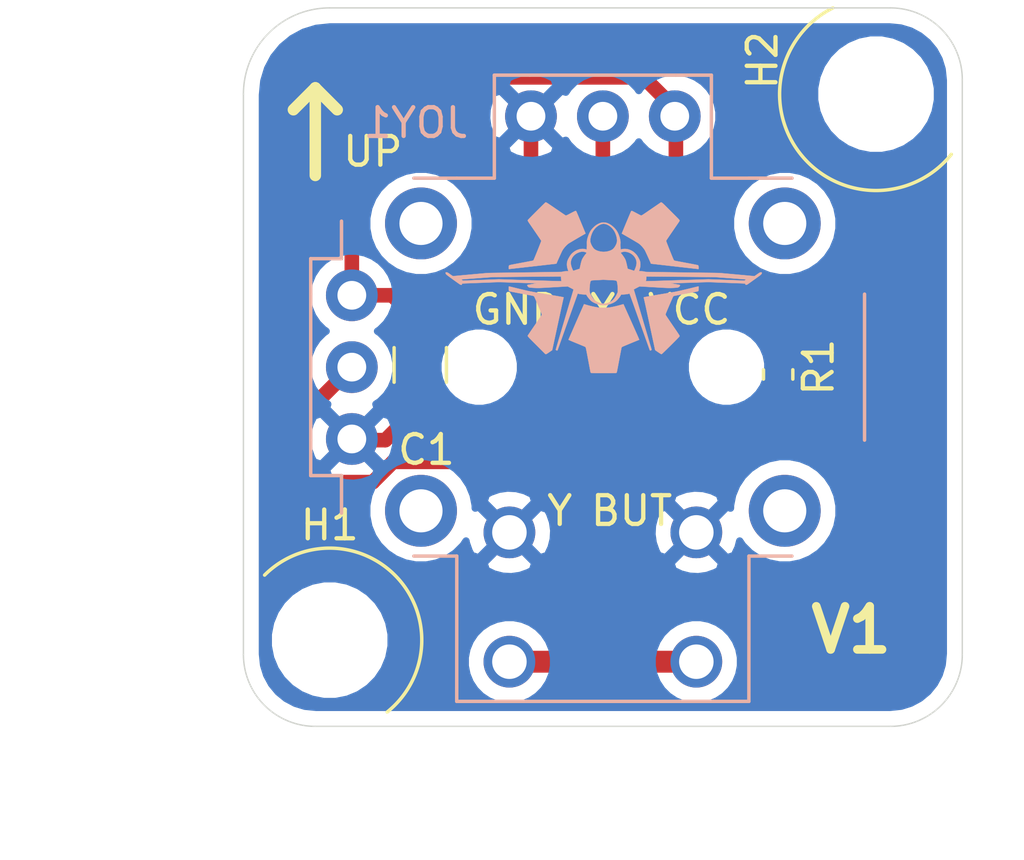
<source format=kicad_pcb>
(kicad_pcb (version 20171130) (host pcbnew "(5.1.6)-1")

  (general
    (thickness 1.6)
    (drawings 20)
    (tracks 34)
    (zones 0)
    (modules 11)
    (nets 6)
  )

  (page A4)
  (layers
    (0 F.Cu signal)
    (31 B.Cu signal)
    (32 B.Adhes user)
    (33 F.Adhes user)
    (34 B.Paste user)
    (35 F.Paste user)
    (36 B.SilkS user)
    (37 F.SilkS user)
    (38 B.Mask user)
    (39 F.Mask user)
    (40 Dwgs.User user)
    (41 Cmts.User user)
    (42 Eco1.User user)
    (43 Eco2.User user)
    (44 Edge.Cuts user)
    (45 Margin user)
    (46 B.CrtYd user)
    (47 F.CrtYd user)
    (48 B.Fab user)
    (49 F.Fab user)
  )

  (setup
    (last_trace_width 0.25)
    (user_trace_width 0.2032)
    (user_trace_width 0.4064)
    (user_trace_width 0.508)
    (user_trace_width 0.762)
    (trace_clearance 0.2)
    (zone_clearance 0.508)
    (zone_45_only no)
    (trace_min 0.2)
    (via_size 0.8)
    (via_drill 0.4)
    (via_min_size 0.4)
    (via_min_drill 0.3)
    (uvia_size 0.3)
    (uvia_drill 0.1)
    (uvias_allowed no)
    (uvia_min_size 0.2)
    (uvia_min_drill 0.1)
    (edge_width 0.05)
    (segment_width 0.2)
    (pcb_text_width 0.3)
    (pcb_text_size 1.5 1.5)
    (mod_edge_width 0.12)
    (mod_text_size 1 1)
    (mod_text_width 0.15)
    (pad_size 1.6 1.6)
    (pad_drill 1.6)
    (pad_to_mask_clearance 0.05)
    (aux_axis_origin 0 0)
    (grid_origin 110 85)
    (visible_elements 7FFFFFFF)
    (pcbplotparams
      (layerselection 0x010fc_ffffffff)
      (usegerberextensions true)
      (usegerberattributes true)
      (usegerberadvancedattributes true)
      (creategerberjobfile true)
      (excludeedgelayer true)
      (linewidth 0.100000)
      (plotframeref false)
      (viasonmask false)
      (mode 1)
      (useauxorigin false)
      (hpglpennumber 1)
      (hpglpenspeed 20)
      (hpglpendiameter 15.000000)
      (psnegative false)
      (psa4output false)
      (plotreference true)
      (plotvalue false)
      (plotinvisibletext false)
      (padsonsilk false)
      (subtractmaskfromsilk false)
      (outputformat 1)
      (mirror false)
      (drillshape 0)
      (scaleselection 1)
      (outputdirectory "manufacturing/gerber/"))
  )

  (net 0 "")
  (net 1 GND)
  (net 2 VCC)
  (net 3 "Net-(J3-Pad1)")
  (net 4 "Net-(J4-Pad1)")
  (net 5 "Net-(J5-Pad1)")

  (net_class Default "This is the default net class."
    (clearance 0.2)
    (trace_width 0.25)
    (via_dia 0.8)
    (via_drill 0.4)
    (uvia_dia 0.3)
    (uvia_drill 0.1)
    (add_net GND)
    (add_net "Net-(J3-Pad1)")
    (add_net "Net-(J4-Pad1)")
    (add_net "Net-(J5-Pad1)")
    (add_net VCC)
  )

  (module KiCAD_Libraries:OH_LOGO_NO_TEXT_11mm_5.9mm (layer B.Cu) (tedit 5EDB1BBF) (tstamp 5EDDC9D4)
    (at 110 81.952)
    (fp_text reference G*** (at 0 0) (layer B.SilkS) hide
      (effects (font (size 1.524 1.524) (thickness 0.3)) (justify mirror))
    )
    (fp_text value LOGO (at 0.75 0) (layer B.SilkS) hide
      (effects (font (size 1.524 1.524) (thickness 0.3)) (justify mirror))
    )
    (fp_poly (pts (xy -3.257355 -0.366426) (xy -3.244542 -0.367795) (xy -3.224311 -0.37001) (xy -3.197159 -0.373012)
      (xy -3.163582 -0.376746) (xy -3.124079 -0.381156) (xy -3.079145 -0.386186) (xy -3.029278 -0.391779)
      (xy -2.974976 -0.397879) (xy -2.916734 -0.40443) (xy -2.855051 -0.411375) (xy -2.790423 -0.418659)
      (xy -2.723347 -0.426225) (xy -2.65432 -0.434017) (xy -2.58384 -0.441978) (xy -2.512404 -0.450053)
      (xy -2.440507 -0.458185) (xy -2.368649 -0.466318) (xy -2.297325 -0.474396) (xy -2.227033 -0.482362)
      (xy -2.158269 -0.490161) (xy -2.091532 -0.497735) (xy -2.027317 -0.50503) (xy -1.966122 -0.511988)
      (xy -1.908444 -0.518553) (xy -1.85478 -0.52467) (xy -1.805627 -0.530281) (xy -1.761483 -0.535331)
      (xy -1.722843 -0.539763) (xy -1.690206 -0.543522) (xy -1.664069 -0.54655) (xy -1.644927 -0.548793)
      (xy -1.633279 -0.550192) (xy -1.630223 -0.550586) (xy -1.618662 -0.553044) (xy -1.612874 -0.557407)
      (xy -1.610285 -0.565015) (xy -1.608038 -0.571428) (xy -1.602647 -0.584655) (xy -1.594505 -0.60382)
      (xy -1.584007 -0.628047) (xy -1.571547 -0.656457) (xy -1.557519 -0.688174) (xy -1.542317 -0.722322)
      (xy -1.526335 -0.758023) (xy -1.509968 -0.794401) (xy -1.49361 -0.830578) (xy -1.477656 -0.865679)
      (xy -1.462498 -0.898825) (xy -1.448532 -0.92914) (xy -1.436152 -0.955747) (xy -1.425752 -0.97777)
      (xy -1.417726 -0.994331) (xy -1.413792 -1.002089) (xy -1.392921 -1.037424) (xy -1.366306 -1.075588)
      (xy -1.335384 -1.114927) (xy -1.301595 -1.153787) (xy -1.266378 -1.190516) (xy -1.23117 -1.223459)
      (xy -1.197411 -1.250965) (xy -1.196918 -1.251331) (xy -1.1893 -1.256403) (xy -1.175079 -1.26529)
      (xy -1.154978 -1.277565) (xy -1.129723 -1.292802) (xy -1.100039 -1.310576) (xy -1.06665 -1.330461)
      (xy -1.030282 -1.352032) (xy -0.991659 -1.374862) (xy -0.951506 -1.398526) (xy -0.910548 -1.422598)
      (xy -0.869509 -1.446653) (xy -0.829115 -1.470265) (xy -0.790091 -1.493007) (xy -0.75316 -1.514455)
      (xy -0.719049 -1.534182) (xy -0.688481 -1.551763) (xy -0.662183 -1.566772) (xy -0.640877 -1.578783)
      (xy -0.625291 -1.587371) (xy -0.620012 -1.590174) (xy -0.601144 -1.599973) (xy -0.761433 -1.987323)
      (xy -0.789891 -2.055951) (xy -0.816005 -2.118626) (xy -0.839686 -2.175146) (xy -0.860847 -2.225305)
      (xy -0.879401 -2.268899) (xy -0.895259 -2.305724) (xy -0.908335 -2.335577) (xy -0.91854 -2.358252)
      (xy -0.925787 -2.373546) (xy -0.92999 -2.381254) (xy -0.930672 -2.382082) (xy -0.941552 -2.387799)
      (xy -0.950481 -2.38949) (xy -0.956509 -2.387543) (xy -0.969125 -2.381986) (xy -0.987473 -2.373244)
      (xy -1.010698 -2.361743) (xy -1.037943 -2.347909) (xy -1.068354 -2.332167) (xy -1.101076 -2.314944)
      (xy -1.112142 -2.309057) (xy -1.151379 -2.288182) (xy -1.183937 -2.271039) (xy -1.210575 -2.257318)
      (xy -1.232053 -2.246705) (xy -1.249131 -2.23889) (xy -1.262569 -2.233563) (xy -1.273125 -2.230411)
      (xy -1.281561 -2.229123) (xy -1.288635 -2.229388) (xy -1.295107 -2.230896) (xy -1.299301 -2.232375)
      (xy -1.304145 -2.235271) (xy -1.315462 -2.242628) (xy -1.33275 -2.254108) (xy -1.355509 -2.26937)
      (xy -1.383237 -2.288076) (xy -1.415434 -2.309885) (xy -1.451598 -2.334458) (xy -1.491229 -2.361456)
      (xy -1.533825 -2.390539) (xy -1.578885 -2.421367) (xy -1.625908 -2.453602) (xy -1.636651 -2.460975)
      (xy -1.692807 -2.49952) (xy -1.742417 -2.533542) (xy -1.785919 -2.563307) (xy -1.823749 -2.589078)
      (xy -1.856344 -2.611123) (xy -1.884142 -2.629705) (xy -1.907579 -2.64509) (xy -1.927092 -2.657543)
      (xy -1.943119 -2.66733) (xy -1.956095 -2.674715) (xy -1.966459 -2.679965) (xy -1.974648 -2.683343)
      (xy -1.981097 -2.685116) (xy -1.986245 -2.685548) (xy -1.990528 -2.684905) (xy -1.994383 -2.683452)
      (xy -1.998248 -2.681454) (xy -1.999135 -2.680972) (xy -2.003674 -2.677155) (xy -2.013668 -2.667821)
      (xy -2.028617 -2.653469) (xy -2.048023 -2.634597) (xy -2.071389 -2.611704) (xy -2.098215 -2.585288)
      (xy -2.128004 -2.555847) (xy -2.160257 -2.523879) (xy -2.194475 -2.489884) (xy -2.23016 -2.454358)
      (xy -2.266815 -2.417801) (xy -2.30394 -2.38071) (xy -2.341038 -2.343585) (xy -2.377609 -2.306922)
      (xy -2.413156 -2.271222) (xy -2.44718 -2.236981) (xy -2.479184 -2.204699) (xy -2.508667 -2.174873)
      (xy -2.535133 -2.148002) (xy -2.558083 -2.124584) (xy -2.577019 -2.105117) (xy -2.591441 -2.090101)
      (xy -2.600853 -2.080032) (xy -2.604755 -2.07541) (xy -2.604774 -2.075375) (xy -2.60895 -2.066126)
      (xy -2.610759 -2.057211) (xy -2.60977 -2.04746) (xy -2.605546 -2.035702) (xy -2.597654 -2.020766)
      (xy -2.585659 -2.001482) (xy -2.569128 -1.976679) (xy -2.567005 -1.97355) (xy -2.557368 -1.959405)
      (xy -2.54343 -1.939002) (xy -2.525684 -1.913064) (xy -2.504625 -1.882312) (xy -2.480746 -1.847465)
      (xy -2.454541 -1.809244) (xy -2.426506 -1.768372) (xy -2.397133 -1.725568) (xy -2.366918 -1.681553)
      (xy -2.339964 -1.642307) (xy -2.310583 -1.599466) (xy -2.282509 -1.558401) (xy -2.256127 -1.519684)
      (xy -2.231821 -1.483883) (xy -2.209975 -1.451569) (xy -2.190974 -1.423313) (xy -2.175202 -1.399684)
      (xy -2.163044 -1.381252) (xy -2.154884 -1.368588) (xy -2.151106 -1.362262) (xy -2.150978 -1.361984)
      (xy -2.146876 -1.348893) (xy -2.145185 -1.336704) (xy -2.146749 -1.330596) (xy -2.151249 -1.317382)
      (xy -2.158394 -1.297787) (xy -2.167895 -1.272532) (xy -2.179462 -1.242341) (xy -2.192804 -1.207936)
      (xy -2.207631 -1.17004) (xy -2.223655 -1.129377) (xy -2.240584 -1.086669) (xy -2.258129 -1.042639)
      (xy -2.276 -0.99801) (xy -2.293906 -0.953506) (xy -2.311559 -0.909848) (xy -2.328667 -0.86776)
      (xy -2.344941 -0.827966) (xy -2.360092 -0.791187) (xy -2.373828 -0.758147) (xy -2.385861 -0.729568)
      (xy -2.395899 -0.706174) (xy -2.403654 -0.688688) (xy -2.408835 -0.677832) (xy -2.410746 -0.6746)
      (xy -2.419507 -0.665352) (xy -2.427342 -0.6589) (xy -2.428297 -0.658335) (xy -2.433382 -0.657042)
      (xy -2.446213 -0.654326) (xy -2.46621 -0.650299) (xy -2.492791 -0.645071) (xy -2.525378 -0.638754)
      (xy -2.563388 -0.63146) (xy -2.606242 -0.623299) (xy -2.65336 -0.614383) (xy -2.70416 -0.604822)
      (xy -2.758063 -0.594729) (xy -2.814488 -0.584214) (xy -2.837416 -0.579955) (xy -2.91069 -0.566319)
      (xy -2.97592 -0.554098) (xy -3.033399 -0.543233) (xy -3.083419 -0.533665) (xy -3.126274 -0.525336)
      (xy -3.162257 -0.518188) (xy -3.19166 -0.512162) (xy -3.214778 -0.507199) (xy -3.231903 -0.503242)
      (xy -3.243328 -0.500232) (xy -3.249347 -0.498111) (xy -3.250085 -0.497681) (xy -3.258385 -0.490578)
      (xy -3.264218 -0.48222) (xy -3.267998 -0.471039) (xy -3.270139 -0.455469) (xy -3.271055 -0.433943)
      (xy -3.271189 -0.417815) (xy -3.271148 -0.396137) (xy -3.270802 -0.381531) (xy -3.269911 -0.372604)
      (xy -3.268236 -0.367963) (xy -3.265535 -0.366212) (xy -3.262252 -0.365956) (xy -3.257355 -0.366426)) (layer B.SilkS) (width 0.01))
    (fp_poly (pts (xy 3.322812 -0.366228) (xy 3.325648 -0.368003) (xy 3.327342 -0.37272) (xy 3.328189 -0.381818)
      (xy 3.328482 -0.396738) (xy 3.328515 -0.414776) (xy 3.327819 -0.443416) (xy 3.325514 -0.464936)
      (xy 3.321274 -0.480583) (xy 3.314773 -0.491606) (xy 3.306644 -0.498655) (xy 3.301055 -0.500369)
      (xy 3.287665 -0.503497) (xy 3.267003 -0.507933) (xy 3.239596 -0.513575) (xy 3.205974 -0.520318)
      (xy 3.166665 -0.528059) (xy 3.122198 -0.536692) (xy 3.073101 -0.546115) (xy 3.019902 -0.556224)
      (xy 2.96313 -0.566914) (xy 2.903315 -0.578081) (xy 2.894983 -0.579629) (xy 2.83775 -0.590283)
      (xy 2.782814 -0.600556) (xy 2.730756 -0.610339) (xy 2.682155 -0.619519) (xy 2.637592 -0.627986)
      (xy 2.597646 -0.635628) (xy 2.562898 -0.642334) (xy 2.533928 -0.647993) (xy 2.511316 -0.652495)
      (xy 2.495642 -0.655727) (xy 2.487487 -0.657578) (xy 2.486466 -0.657904) (xy 2.482176 -0.660532)
      (xy 2.477969 -0.663968) (xy 2.473613 -0.668724) (xy 2.468877 -0.675309) (xy 2.463531 -0.684234)
      (xy 2.457342 -0.69601) (xy 2.450081 -0.711148) (xy 2.441516 -0.730157) (xy 2.431416 -0.753548)
      (xy 2.41955 -0.781833) (xy 2.405687 -0.815521) (xy 2.389596 -0.855123) (xy 2.371046 -0.90115)
      (xy 2.349807 -0.954112) (xy 2.329793 -1.004144) (xy 2.303525 -1.070022) (xy 2.280449 -1.128256)
      (xy 2.260497 -1.179018) (xy 2.243605 -1.22248) (xy 2.229708 -1.258813) (xy 2.21874 -1.288188)
      (xy 2.210636 -1.310779) (xy 2.205331 -1.326755) (xy 2.202758 -1.33629) (xy 2.202475 -1.338577)
      (xy 2.204191 -1.352776) (xy 2.208316 -1.36557) (xy 2.208615 -1.366161) (xy 2.211879 -1.371337)
      (xy 2.219584 -1.382969) (xy 2.231377 -1.400536) (xy 2.246904 -1.42352) (xy 2.265809 -1.451397)
      (xy 2.28774 -1.483648) (xy 2.312343 -1.519752) (xy 2.339262 -1.559188) (xy 2.368144 -1.601436)
      (xy 2.398635 -1.645974) (xy 2.427372 -1.687895) (xy 2.459214 -1.734318) (xy 2.489926 -1.779097)
      (xy 2.519138 -1.821689) (xy 2.546478 -1.861555) (xy 2.571575 -1.898153) (xy 2.59406 -1.930943)
      (xy 2.61356 -1.959384) (xy 2.629706 -1.982935) (xy 2.642125 -2.001056) (xy 2.650449 -2.013205)
      (xy 2.654065 -2.01849) (xy 2.664682 -2.037822) (xy 2.668115 -2.054441) (xy 2.667917 -2.05712)
      (xy 2.667096 -2.060141) (xy 2.665311 -2.06386) (xy 2.662223 -2.068635) (xy 2.65749 -2.074822)
      (xy 2.650774 -2.08278) (xy 2.641733 -2.092864) (xy 2.630028 -2.105433) (xy 2.615317 -2.120844)
      (xy 2.597262 -2.139453) (xy 2.575521 -2.161619) (xy 2.549754 -2.187698) (xy 2.519622 -2.218047)
      (xy 2.484783 -2.253024) (xy 2.444898 -2.292987) (xy 2.399626 -2.338291) (xy 2.360108 -2.377816)
      (xy 2.309213 -2.428772) (xy 2.263997 -2.474108) (xy 2.224077 -2.514116) (xy 2.189069 -2.549087)
      (xy 2.158591 -2.57931) (xy 2.132258 -2.605078) (xy 2.109688 -2.62668) (xy 2.090497 -2.644408)
      (xy 2.074301 -2.658553) (xy 2.060719 -2.669405) (xy 2.049365 -2.677255) (xy 2.039856 -2.682394)
      (xy 2.03181 -2.685112) (xy 2.024843 -2.685702) (xy 2.018572 -2.684453) (xy 2.012613 -2.681656)
      (xy 2.006582 -2.677602) (xy 2.000098 -2.672582) (xy 1.992775 -2.666887) (xy 1.985742 -2.661825)
      (xy 1.976853 -2.655747) (xy 1.961575 -2.645284) (xy 1.940497 -2.630839) (xy 1.914212 -2.61282)
      (xy 1.883309 -2.59163) (xy 1.84838 -2.567675) (xy 1.810015 -2.541361) (xy 1.768806 -2.513092)
      (xy 1.725342 -2.483273) (xy 1.680216 -2.452311) (xy 1.654466 -2.434641) (xy 1.60172 -2.398465)
      (xy 1.555478 -2.366802) (xy 1.515281 -2.339353) (xy 1.480667 -2.315818) (xy 1.451175 -2.295898)
      (xy 1.426346 -2.279294) (xy 1.405717 -2.265706) (xy 1.388828 -2.254835) (xy 1.375218 -2.246383)
      (xy 1.364426 -2.240048) (xy 1.355992 -2.235532) (xy 1.349454 -2.232536) (xy 1.344352 -2.230761)
      (xy 1.340225 -2.229906) (xy 1.339083 -2.229782) (xy 1.333923 -2.229552) (xy 1.328483 -2.230012)
      (xy 1.321996 -2.231518) (xy 1.313694 -2.234427) (xy 1.302813 -2.239092) (xy 1.288584 -2.245871)
      (xy 1.27024 -2.255119) (xy 1.247015 -2.26719) (xy 1.218143 -2.282441) (xy 1.182856 -2.301228)
      (xy 1.168669 -2.3088) (xy 1.127321 -2.330711) (xy 1.091334 -2.349436) (xy 1.061073 -2.364798)
      (xy 1.036899 -2.376617) (xy 1.019175 -2.384714) (xy 1.008262 -2.388909) (xy 1.005365 -2.38949)
      (xy 0.992205 -2.385873) (xy 0.984538 -2.379965) (xy 0.981921 -2.374994) (xy 0.976309 -2.36274)
      (xy 0.967931 -2.343749) (xy 0.957016 -2.318567) (xy 0.943792 -2.28774) (xy 0.92849 -2.251813)
      (xy 0.911337 -2.211332) (xy 0.892564 -2.166844) (xy 0.872398 -2.118893) (xy 0.85107 -2.068025)
      (xy 0.828808 -2.014788) (xy 0.805842 -1.959725) (xy 0.7824 -1.903384) (xy 0.758711 -1.846309)
      (xy 0.735005 -1.789047) (xy 0.711511 -1.732144) (xy 0.688457 -1.676145) (xy 0.666073 -1.621596)
      (xy 0.658678 -1.603531) (xy 0.660348 -1.59845) (xy 0.664387 -1.596172) (xy 0.670366 -1.593298)
      (xy 0.68293 -1.586503) (xy 0.70139 -1.576193) (xy 0.725052 -1.562773) (xy 0.753224 -1.546648)
      (xy 0.785216 -1.528223) (xy 0.820335 -1.507903) (xy 0.857888 -1.486094) (xy 0.897185 -1.463201)
      (xy 0.937534 -1.439628) (xy 0.978242 -1.415782) (xy 1.018618 -1.392067) (xy 1.057969 -1.368888)
      (xy 1.095604 -1.34665) (xy 1.130832 -1.325759) (xy 1.162959 -1.30662) (xy 1.191295 -1.289638)
      (xy 1.215147 -1.275218) (xy 1.233824 -1.263766) (xy 1.246633 -1.255685) (xy 1.25196 -1.252092)
      (xy 1.285621 -1.225035) (xy 1.321161 -1.192067) (xy 1.356966 -1.154988) (xy 1.391422 -1.1156)
      (xy 1.422913 -1.075702) (xy 1.449825 -1.037096) (xy 1.461071 -1.018822) (xy 1.466003 -1.009493)
      (xy 1.473874 -0.9935) (xy 1.484274 -0.971746) (xy 1.496791 -0.945134) (xy 1.511017 -0.914569)
      (xy 1.52654 -0.880954) (xy 1.542949 -0.845192) (xy 1.559836 -0.808187) (xy 1.576788 -0.770844)
      (xy 1.593397 -0.734064) (xy 1.609252 -0.698753) (xy 1.623941 -0.665813) (xy 1.637056 -0.636149)
      (xy 1.648185 -0.610663) (xy 1.656918 -0.59026) (xy 1.662846 -0.575843) (xy 1.6654 -0.568874)
      (xy 1.668593 -0.558546) (xy 1.670588 -0.552708) (xy 1.670842 -0.552223) (xy 1.675027 -0.551752)
      (xy 1.687221 -0.55037) (xy 1.707019 -0.548123) (xy 1.734017 -0.545056) (xy 1.767812 -0.541215)
      (xy 1.808 -0.536648) (xy 1.854177 -0.531398) (xy 1.905938 -0.525513) (xy 1.96288 -0.519038)
      (xy 2.024598 -0.51202) (xy 2.09069 -0.504504) (xy 2.160751 -0.496535) (xy 2.234376 -0.488161)
      (xy 2.311163 -0.479426) (xy 2.390706 -0.470378) (xy 2.472603 -0.461061) (xy 2.489931 -0.45909)
      (xy 2.572419 -0.449711) (xy 2.652726 -0.440592) (xy 2.73044 -0.431778) (xy 2.805152 -0.423316)
      (xy 2.876452 -0.415251) (xy 2.943929 -0.40763) (xy 3.007173 -0.400499) (xy 3.065774 -0.393904)
      (xy 3.119322 -0.387891) (xy 3.167406 -0.382507) (xy 3.209616 -0.377796) (xy 3.245542 -0.373807)
      (xy 3.274774 -0.370583) (xy 3.296901 -0.368172) (xy 3.311514 -0.36662) (xy 3.318202 -0.365973)
      (xy 3.31854 -0.365956) (xy 3.322812 -0.366228)) (layer B.SilkS) (width 0.01))
    (fp_poly (pts (xy -1.584959 2.465431) (xy -1.57862 2.462259) (xy -1.574793 2.455079) (xy -1.574584 2.454502)
      (xy -1.572097 2.447529) (xy -1.566934 2.433041) (xy -1.55926 2.4115) (xy -1.549239 2.383366)
      (xy -1.537036 2.349102) (xy -1.522815 2.309169) (xy -1.506739 2.264027) (xy -1.488974 2.214139)
      (xy -1.469683 2.159966) (xy -1.449031 2.101969) (xy -1.427182 2.040609) (xy -1.4043 1.976348)
      (xy -1.38055 1.909648) (xy -1.356096 1.840969) (xy -1.331102 1.770773) (xy -1.305732 1.699522)
      (xy -1.280151 1.627677) (xy -1.254524 1.555699) (xy -1.229013 1.484049) (xy -1.203784 1.413189)
      (xy -1.179001 1.343581) (xy -1.154828 1.275685) (xy -1.131429 1.209963) (xy -1.108969 1.146877)
      (xy -1.087613 1.086888) (xy -1.067523 1.030457) (xy -1.048864 0.978045) (xy -1.031802 0.930115)
      (xy -1.0165 0.887126) (xy -1.003121 0.849542) (xy -0.991832 0.817823) (xy -0.989372 0.81091)
      (xy -0.97154 0.760824) (xy -0.95453 0.713079) (xy -0.938554 0.668272) (xy -0.923824 0.626998)
      (xy -0.910555 0.589851) (xy -0.898958 0.557429) (xy -0.889247 0.530325) (xy -0.881635 0.509136)
      (xy -0.876334 0.494456) (xy -0.873557 0.486882) (xy -0.873185 0.485946) (xy -0.869108 0.486679)
      (xy -0.860184 0.489897) (xy -0.857624 0.490944) (xy -0.840141 0.496529) (xy -0.815573 0.501905)
      (xy -0.785302 0.506899) (xy -0.75071 0.51134) (xy -0.713178 0.515056) (xy -0.674089 0.517874)
      (xy -0.634823 0.519623) (xy -0.62534 0.519869) (xy -0.580811 0.520847) (xy -0.560386 0.555282)
      (xy -0.535754 0.593598) (xy -0.507191 0.632631) (xy -0.476167 0.670665) (xy -0.444156 0.70598)
      (xy -0.412629 0.736859) (xy -0.384619 0.760406) (xy -0.355444 0.779956) (xy -0.31947 0.799784)
      (xy -0.278312 0.819225) (xy -0.233585 0.837612) (xy -0.186904 0.85428) (xy -0.139883 0.868562)
      (xy -0.096251 0.87934) (xy -0.062538 0.884818) (xy -0.023159 0.888279) (xy 0.019328 0.889722)
      (xy 0.062365 0.889148) (xy 0.103395 0.886555) (xy 0.139861 0.881945) (xy 0.153515 0.87934)
      (xy 0.205622 0.866304) (xy 0.257667 0.849941) (xy 0.308115 0.830905) (xy 0.355429 0.809851)
      (xy 0.398073 0.787433) (xy 0.434512 0.764305) (xy 0.449053 0.75338) (xy 0.479699 0.7264)
      (xy 0.51189 0.693721) (xy 0.543866 0.657437) (xy 0.573865 0.619644) (xy 0.600127 0.582437)
      (xy 0.619346 0.550759) (xy 0.635737 0.520893) (xy 0.683551 0.519852) (xy 0.738829 0.517428)
      (xy 0.792806 0.512724) (xy 0.843655 0.505976) (xy 0.889546 0.497421) (xy 0.923605 0.488811)
      (xy 0.924325 0.488945) (xy 0.925287 0.48988) (xy 0.926582 0.491861) (xy 0.928298 0.495137)
      (xy 0.930525 0.499952) (xy 0.933351 0.506555) (xy 0.936866 0.515192) (xy 0.941159 0.52611)
      (xy 0.946319 0.539555) (xy 0.952435 0.555773) (xy 0.959596 0.575013) (xy 0.967892 0.59752)
      (xy 0.977411 0.623541) (xy 0.988243 0.653322) (xy 1.000477 0.687112) (xy 1.014202 0.725155)
      (xy 1.029507 0.767699) (xy 1.046482 0.814991) (xy 1.065214 0.867277) (xy 1.085795 0.924804)
      (xy 1.108312 0.987819) (xy 1.132854 1.056568) (xy 1.159512 1.131298) (xy 1.188374 1.212256)
      (xy 1.219529 1.299688) (xy 1.253066 1.393842) (xy 1.289075 1.494963) (xy 1.327645 1.603299)
      (xy 1.368864 1.719096) (xy 1.412822 1.842601) (xy 1.417031 1.854427) (xy 1.633991 2.464027)
      (xy 1.65266 2.465277) (xy 1.665751 2.465173) (xy 1.674873 2.461597) (xy 1.683361 2.45397)
      (xy 1.695392 2.441412) (xy 1.385301 1.394667) (xy 1.07521 0.347921) (xy 1.086275 0.339098)
      (xy 1.093124 0.334686) (xy 1.106309 0.327114) (xy 1.124613 0.317048) (xy 1.146817 0.30515)
      (xy 1.171705 0.292085) (xy 1.186754 0.284304) (xy 1.27617 0.238332) (xy 1.579501 0.255934)
      (xy 1.669489 0.261149) (xy 1.751478 0.265881) (xy 1.825919 0.270152) (xy 1.893266 0.273982)
      (xy 1.953971 0.277393) (xy 2.008486 0.280405) (xy 2.057263 0.283038) (xy 2.100755 0.285314)
      (xy 2.139415 0.287254) (xy 2.173693 0.288878) (xy 2.204044 0.290208) (xy 2.230919 0.291263)
      (xy 2.25477 0.292066) (xy 2.27605 0.292636) (xy 2.295212 0.292995) (xy 2.312707 0.293163)
      (xy 2.328988 0.293162) (xy 2.344508 0.293012) (xy 2.359718 0.292734) (xy 2.371782 0.292438)
      (xy 2.431083 0.290487) (xy 2.483388 0.288002) (xy 2.528385 0.285006) (xy 2.565758 0.281522)
      (xy 2.595195 0.277574) (xy 2.610068 0.274737) (xy 2.634851 0.266319) (xy 2.65416 0.252789)
      (xy 2.669548 0.232867) (xy 2.67627 0.220078) (xy 2.680347 0.211687) (xy 2.683401 0.204834)
      (xy 2.684718 0.199222) (xy 2.683588 0.194553) (xy 2.6793 0.19053) (xy 2.671141 0.186855)
      (xy 2.6584 0.183231) (xy 2.640365 0.17936) (xy 2.616326 0.174944) (xy 2.58557 0.169687)
      (xy 2.547387 0.16329) (xy 2.535823 0.161348) (xy 2.491274 0.153818) (xy 2.454565 0.147533)
      (xy 2.425176 0.14239) (xy 2.402588 0.138289) (xy 2.386282 0.135129) (xy 2.375739 0.132809)
      (xy 2.370438 0.131228) (xy 2.369862 0.130285) (xy 2.373489 0.129879) (xy 2.373898 0.129867)
      (xy 2.379027 0.129716) (xy 2.392151 0.129317) (xy 2.412805 0.128685) (xy 2.440521 0.127835)
      (xy 2.474834 0.126782) (xy 2.515276 0.125538) (xy 2.561382 0.124119) (xy 2.612684 0.12254)
      (xy 2.668716 0.120813) (xy 2.729011 0.118955) (xy 2.793104 0.116979) (xy 2.860526 0.114899)
      (xy 2.930811 0.112731) (xy 3.003494 0.110488) (xy 3.028179 0.109725) (xy 3.673993 0.089787)
      (xy 4.264313 0.11178) (xy 4.335296 0.114429) (xy 4.404572 0.117025) (xy 4.471604 0.119546)
      (xy 4.535856 0.121971) (xy 4.596792 0.124281) (xy 4.653875 0.126454) (xy 4.706569 0.128471)
      (xy 4.754338 0.13031) (xy 4.796645 0.131951) (xy 4.832955 0.133373) (xy 4.86273 0.134557)
      (xy 4.885435 0.135481) (xy 4.900533 0.136124) (xy 4.905673 0.136365) (xy 4.956714 0.138957)
      (xy 4.954933 0.151091) (xy 4.955668 0.166794) (xy 4.962608 0.177527) (xy 4.974893 0.182985)
      (xy 4.99166 0.182864) (xy 5.012051 0.176858) (xy 5.018936 0.173772) (xy 5.025313 0.169876)
      (xy 5.037825 0.161495) (xy 5.055764 0.149136) (xy 5.078427 0.133305) (xy 5.105106 0.114508)
      (xy 5.135097 0.093251) (xy 5.167694 0.07004) (xy 5.202192 0.04538) (xy 5.237884 0.01978)
      (xy 5.274065 -0.006256) (xy 5.31003 -0.032222) (xy 5.345073 -0.057611) (xy 5.378488 -0.081917)
      (xy 5.40957 -0.104635) (xy 5.437613 -0.125257) (xy 5.461912 -0.143278) (xy 5.481761 -0.158192)
      (xy 5.482316 -0.158612) (xy 5.503579 -0.177716) (xy 5.517834 -0.198009) (xy 5.525708 -0.218395)
      (xy 5.528042 -0.233627) (xy 5.524871 -0.243892) (xy 5.5156 -0.249609) (xy 5.499635 -0.2512)
      (xy 5.481376 -0.249749) (xy 5.473903 -0.248518) (xy 5.466435 -0.246391) (xy 5.457993 -0.242792)
      (xy 5.447597 -0.237146) (xy 5.434267 -0.228877) (xy 5.417024 -0.217411) (xy 5.394888 -0.20217)
      (xy 5.366879 -0.182581) (xy 5.366095 -0.18203) (xy 5.273732 -0.117175) (xy 5.189065 -0.125106)
      (xy 5.155474 -0.128238) (xy 5.115791 -0.131914) (xy 5.070716 -0.13607) (xy 5.020948 -0.140643)
      (xy 4.967187 -0.145569) (xy 4.910131 -0.150786) (xy 4.85048 -0.156229) (xy 4.788932 -0.161835)
      (xy 4.726187 -0.167542) (xy 4.662943 -0.173285) (xy 4.599901 -0.179001) (xy 4.537759 -0.184628)
      (xy 4.477216 -0.190101) (xy 4.418972 -0.195357) (xy 4.363725 -0.200333) (xy 4.312174 -0.204965)
      (xy 4.26502 -0.209191) (xy 4.22296 -0.212946) (xy 4.186694 -0.216168) (xy 4.156921 -0.218793)
      (xy 4.134341 -0.220758) (xy 4.122265 -0.221783) (xy 4.102473 -0.223339) (xy 4.082082 -0.224736)
      (xy 4.060426 -0.225993) (xy 4.036838 -0.227128) (xy 4.010652 -0.228158) (xy 3.981203 -0.229102)
      (xy 3.947824 -0.229977) (xy 3.909849 -0.2308) (xy 3.866612 -0.23159) (xy 3.817447 -0.232364)
      (xy 3.761688 -0.233141) (xy 3.698668 -0.233937) (xy 3.641782 -0.234609) (xy 3.592626 -0.235179)
      (xy 3.545375 -0.235732) (xy 3.49954 -0.236274) (xy 3.454632 -0.236812) (xy 3.41016 -0.237354)
      (xy 3.365634 -0.237905) (xy 3.320565 -0.238472) (xy 3.274463 -0.239061) (xy 3.226838 -0.23968)
      (xy 3.1772 -0.240334) (xy 3.12506 -0.241031) (xy 3.069928 -0.241777) (xy 3.011315 -0.242579)
      (xy 2.948729 -0.243443) (xy 2.881682 -0.244375) (xy 2.809684 -0.245383) (xy 2.732245 -0.246473)
      (xy 2.648876 -0.247652) (xy 2.559085 -0.248926) (xy 2.462385 -0.250301) (xy 2.358284 -0.251785)
      (xy 2.246294 -0.253384) (xy 2.225732 -0.253678) (xy 2.132836 -0.255006) (xy 2.048025 -0.256222)
      (xy 1.970914 -0.257336) (xy 1.901123 -0.258358) (xy 1.838269 -0.259297) (xy 1.78197 -0.260162)
      (xy 1.731843 -0.260964) (xy 1.687506 -0.261711) (xy 1.648578 -0.262414) (xy 1.614676 -0.263082)
      (xy 1.585418 -0.263724) (xy 1.560421 -0.264351) (xy 1.539304 -0.264972) (xy 1.521684 -0.265596)
      (xy 1.507178 -0.266233) (xy 1.495406 -0.266892) (xy 1.485984 -0.267584) (xy 1.478531 -0.268317)
      (xy 1.472664 -0.269102) (xy 1.468001 -0.269948) (xy 1.46416 -0.270864) (xy 1.460758 -0.27186)
      (xy 1.457414 -0.272946) (xy 1.457382 -0.272957) (xy 1.434539 -0.278747) (xy 1.40508 -0.283515)
      (xy 1.370814 -0.287064) (xy 1.333552 -0.289199) (xy 1.302579 -0.289756) (xy 1.281541 -0.289854)
      (xy 1.267649 -0.290288) (xy 1.259586 -0.291267) (xy 1.256033 -0.293003) (xy 1.255671 -0.295706)
      (xy 1.256147 -0.297165) (xy 1.264604 -0.32045) (xy 1.273502 -0.347427) (xy 1.28212 -0.375662)
      (xy 1.289738 -0.402725) (xy 1.295636 -0.426182) (xy 1.29856 -0.440307) (xy 1.301339 -0.460977)
      (xy 1.303513 -0.486149) (xy 1.30478 -0.511866) (xy 1.304982 -0.524889) (xy 1.304123 -0.557813)
      (xy 1.301272 -0.588473) (xy 1.296018 -0.617996) (xy 1.287951 -0.647512) (xy 1.276659 -0.67815)
      (xy 1.261732 -0.711041) (xy 1.242758 -0.747313) (xy 1.219328 -0.788095) (xy 1.194187 -0.829432)
      (xy 1.180973 -0.847977) (xy 1.162605 -0.869951) (xy 1.140711 -0.893714) (xy 1.11692 -0.917627)
      (xy 1.09286 -0.940053) (xy 1.070161 -0.959352) (xy 1.050982 -0.973535) (xy 0.995437 -1.006283)
      (xy 0.938321 -1.032243) (xy 0.880453 -1.051242) (xy 0.822656 -1.063107) (xy 0.76575 -1.067661)
      (xy 0.710557 -1.064732) (xy 0.663632 -1.055714) (xy 0.647116 -1.051467) (xy 0.633302 -1.048125)
      (xy 0.624594 -1.046264) (xy 0.623415 -1.046088) (xy 0.620588 -1.047209) (xy 0.618458 -1.052095)
      (xy 0.616798 -1.061984) (xy 0.615384 -1.078116) (xy 0.614285 -1.096207) (xy 0.612304 -1.134818)
      (xy 0.611012 -1.166563) (xy 0.610394 -1.193014) (xy 0.610434 -1.215742) (xy 0.611116 -1.236318)
      (xy 0.612426 -1.256313) (xy 0.612696 -1.259593) (xy 0.61329 -1.29887) (xy 0.609188 -1.343809)
      (xy 0.600662 -1.393219) (xy 0.587986 -1.445908) (xy 0.571435 -1.500684) (xy 0.551281 -1.556355)
      (xy 0.53623 -1.592797) (xy 0.511803 -1.644137) (xy 0.484856 -1.690572) (xy 0.453923 -1.734236)
      (xy 0.417539 -1.777261) (xy 0.388507 -1.807673) (xy 0.332938 -1.858739) (xy 0.276109 -1.901463)
      (xy 0.217958 -1.935885) (xy 0.158421 -1.962043) (xy 0.125999 -1.972652) (xy 0.096616 -1.979265)
      (xy 0.063154 -1.983751) (xy 0.028695 -1.985905) (xy -0.003678 -1.985526) (xy -0.028518 -1.982843)
      (xy -0.075689 -1.971244) (xy -0.125188 -1.952812) (xy -0.175462 -1.92824) (xy -0.224955 -1.898222)
      (xy -0.236998 -1.889966) (xy -0.261245 -1.871359) (xy -0.288753 -1.84763) (xy -0.317785 -1.820491)
      (xy -0.346603 -1.791653) (xy -0.373469 -1.762827) (xy -0.396646 -1.735726) (xy -0.406771 -1.72274)
      (xy -0.431545 -1.685727) (xy -0.455934 -1.641872) (xy -0.479152 -1.592791) (xy -0.500413 -1.540098)
      (xy -0.512796 -1.504723) (xy -0.525782 -1.464143) (xy -0.536056 -1.42883) (xy -0.543867 -1.396956)
      (xy -0.549463 -1.36669) (xy -0.550165 -1.36079) (xy -0.436818 -1.36079) (xy -0.435825 -1.395077)
      (xy -0.432355 -1.428608) (xy -0.426036 -1.463337) (xy -0.416498 -1.501218) (xy -0.403372 -1.544207)
      (xy -0.400345 -1.553407) (xy -0.376105 -1.617345) (xy -0.348234 -1.674051) (xy -0.316461 -1.724066)
      (xy -0.31068 -1.731904) (xy -0.27182 -1.778714) (xy -0.229663 -1.820766) (xy -0.185105 -1.85744)
      (xy -0.139041 -1.888118) (xy -0.092368 -1.912182) (xy -0.045982 -1.929015) (xy -0.014813 -1.936056)
      (xy 0.008687 -1.939207) (xy 0.029555 -1.939931) (xy 0.052067 -1.93825) (xy 0.065724 -1.936449)
      (xy 0.111546 -1.925879) (xy 0.158028 -1.907733) (xy 0.204263 -1.882757) (xy 0.249344 -1.851695)
      (xy 0.292365 -1.815294) (xy 0.332418 -1.774297) (xy 0.368596 -1.729451) (xy 0.399994 -1.681499)
      (xy 0.418614 -1.64654) (xy 0.443391 -1.590147) (xy 0.46339 -1.533828) (xy 0.478434 -1.478572)
      (xy 0.48834 -1.425368) (xy 0.492928 -1.375206) (xy 0.492019 -1.329074) (xy 0.485432 -1.287962)
      (xy 0.484567 -1.28459) (xy 0.472468 -1.247503) (xy 0.455882 -1.209154) (xy 0.435776 -1.171049)
      (xy 0.413117 -1.134699) (xy 0.38887 -1.10161) (xy 0.364003 -1.073293) (xy 0.339483 -1.051255)
      (xy 0.331324 -1.045412) (xy 0.289506 -1.021659) (xy 0.2415 -1.001409) (xy 0.189001 -0.98507)
      (xy 0.133701 -0.973049) (xy 0.077294 -0.965755) (xy 0.021473 -0.963595) (xy -0.00469 -0.964505)
      (xy -0.056352 -0.969776) (xy -0.10742 -0.979035) (xy -0.156517 -0.991827) (xy -0.202266 -1.007697)
      (xy -0.243291 -1.026193) (xy -0.278215 -1.046859) (xy -0.29647 -1.060792) (xy -0.319348 -1.083639)
      (xy -0.34281 -1.113016) (xy -0.365757 -1.147154) (xy -0.387089 -1.184284) (xy -0.405708 -1.222639)
      (xy -0.420432 -1.26021) (xy -0.427322 -1.281005) (xy -0.431931 -1.297131) (xy -0.434723 -1.31144)
      (xy -0.436164 -1.326781) (xy -0.436718 -1.346005) (xy -0.436818 -1.36079) (xy -0.550165 -1.36079)
      (xy -0.553092 -1.336206) (xy -0.555004 -1.303674) (xy -0.555446 -1.267266) (xy -0.554668 -1.225152)
      (xy -0.553921 -1.20204) (xy -0.553879 -1.189981) (xy -0.554322 -1.172805) (xy -0.555153 -1.152136)
      (xy -0.556278 -1.129596) (xy -0.557598 -1.106809) (xy -0.559018 -1.085397) (xy -0.560441 -1.066985)
      (xy -0.561771 -1.053194) (xy -0.562911 -1.045649) (xy -0.563261 -1.044769) (xy -0.567826 -1.045094)
      (xy -0.578592 -1.047438) (xy -0.593657 -1.05136) (xy -0.60235 -1.053817) (xy -0.653772 -1.064434)
      (xy -0.708225 -1.067543) (xy -0.764903 -1.063183) (xy -0.823 -1.051393) (xy -0.856144 -1.041462)
      (xy -0.917624 -1.017075) (xy -0.973785 -0.986608) (xy -1.025908 -0.949288) (xy -1.063035 -0.916416)
      (xy -1.088674 -0.890828) (xy -1.109717 -0.867337) (xy -1.128234 -0.843307) (xy -1.146294 -0.8161)
      (xy -1.161144 -0.791406) (xy -1.183663 -0.751981) (xy -1.201822 -0.718075) (xy -1.216164 -0.688306)
      (xy -1.227231 -0.661289) (xy -1.235565 -0.635641) (xy -1.24171 -0.609979) (xy -1.243283 -0.600513)
      (xy -1.115268 -0.600513) (xy -1.108802 -0.650785) (xy -1.094633 -0.69963) (xy -1.072714 -0.747673)
      (xy -1.062952 -0.764832) (xy -1.044432 -0.791661) (xy -1.02053 -0.820146) (xy -0.993394 -0.848067)
      (xy -0.965171 -0.873205) (xy -0.939686 -0.892237) (xy -0.896121 -0.917905) (xy -0.849433 -0.939525)
      (xy -0.802136 -0.956081) (xy -0.756744 -0.966561) (xy -0.754535 -0.966913) (xy -0.730708 -0.969115)
      (xy -0.703005 -0.96935) (xy -0.674562 -0.967782) (xy -0.648513 -0.964575) (xy -0.629651 -0.960404)
      (xy -0.616722 -0.955951) (xy -0.601163 -0.949768) (xy -0.585474 -0.942952) (xy -0.572155 -0.936598)
      (xy -0.563705 -0.931804) (xy -0.562703 -0.931029) (xy -0.564388 -0.928179) (xy 0.622912 -0.928179)
      (xy 0.624402 -0.933347) (xy 0.630384 -0.937968) (xy 0.640349 -0.943388) (xy 0.675994 -0.957874)
      (xy 0.716584 -0.966469) (xy 0.760911 -0.969097) (xy 0.807765 -0.965681) (xy 0.853292 -0.956826)
      (xy 0.908782 -0.938525) (xy 0.962227 -0.912599) (xy 1.012192 -0.879864) (xy 1.057245 -0.841139)
      (xy 1.058938 -0.839464) (xy 1.096104 -0.797055) (xy 1.126747 -0.750613) (xy 1.150185 -0.701304)
      (xy 1.163396 -0.660173) (xy 1.168659 -0.630032) (xy 1.170958 -0.594776) (xy 1.170333 -0.55721)
      (xy 1.166822 -0.520135) (xy 1.16104 -0.488723) (xy 1.15546 -0.468041) (xy 1.148046 -0.444459)
      (xy 1.139313 -0.419239) (xy 1.129773 -0.393645) (xy 1.119941 -0.368938) (xy 1.11033 -0.34638)
      (xy 1.101453 -0.327234) (xy 1.093825 -0.312762) (xy 1.087958 -0.304226) (xy 1.085252 -0.302456)
      (xy 1.079724 -0.303831) (xy 1.068134 -0.307542) (xy 1.052355 -0.312972) (xy 1.03955 -0.317561)
      (xy 1.020375 -0.324271) (xy 0.995763 -0.332485) (xy 0.9684 -0.341327) (xy 0.940974 -0.349921)
      (xy 0.930613 -0.353085) (xy 0.86316 -0.373505) (xy 0.841166 -0.472389) (xy 0.830394 -0.520341)
      (xy 0.820994 -0.560933) (xy 0.81268 -0.59511) (xy 0.805165 -0.623815) (xy 0.798162 -0.647991)
      (xy 0.791384 -0.668581) (xy 0.784545 -0.68653) (xy 0.777358 -0.70278) (xy 0.769536 -0.718275)
      (xy 0.762652 -0.730719) (xy 0.742798 -0.763466) (xy 0.718967 -0.799505) (xy 0.693099 -0.836073)
      (xy 0.667137 -0.870409) (xy 0.647606 -0.894409) (xy 0.634292 -0.910207) (xy 0.626135 -0.920965)
      (xy 0.622912 -0.928179) (xy -0.564388 -0.928179) (xy -0.564762 -0.927547) (xy -0.571338 -0.918833)
      (xy -0.581469 -0.906113) (xy -0.594196 -0.89061) (xy -0.597483 -0.886667) (xy -0.622675 -0.855042)
      (xy -0.64857 -0.819865) (xy -0.673514 -0.783544) (xy -0.695851 -0.748491) (xy -0.713813 -0.717323)
      (xy -0.722719 -0.698852) (xy -0.73159 -0.676485) (xy -0.740651 -0.649461) (xy -0.750125 -0.617019)
      (xy -0.760236 -0.578398) (xy -0.771209 -0.532835) (xy -0.781709 -0.486606) (xy -0.787936 -0.458582)
      (xy -0.793635 -0.432933) (xy -0.798522 -0.410947) (xy -0.802308 -0.393908) (xy -0.804711 -0.383102)
      (xy -0.805358 -0.380193) (xy -0.809935 -0.372989) (xy -0.8208 -0.368702) (xy -0.823287 -0.3682)
      (xy -0.83181 -0.366041) (xy -0.84699 -0.361602) (xy -0.867461 -0.355308) (xy -0.891856 -0.347582)
      (xy -0.918809 -0.338848) (xy -0.93397 -0.333854) (xy -0.960729 -0.325013) (xy -0.984715 -0.317136)
      (xy -1.004793 -0.31059) (xy -1.019826 -0.305747) (xy -1.028679 -0.302974) (xy -1.030572 -0.302456)
      (xy -1.033535 -0.306149) (xy -1.038958 -0.316244) (xy -1.046194 -0.331272) (xy -1.054594 -0.34976)
      (xy -1.063511 -0.370237) (xy -1.072294 -0.391232) (xy -1.080296 -0.411273) (xy -1.086869 -0.428889)
      (xy -1.088948 -0.434913) (xy -1.105292 -0.493201) (xy -1.114082 -0.548193) (xy -1.115268 -0.600513)
      (xy -1.243283 -0.600513) (xy -1.246208 -0.58292) (xy -1.247767 -0.57054) (xy -1.250075 -0.519839)
      (xy -1.245917 -0.465421) (xy -1.235522 -0.408757) (xy -1.219115 -0.351314) (xy -1.209876 -0.325717)
      (xy -1.204008 -0.310351) (xy -1.199525 -0.298374) (xy -1.197133 -0.291677) (xy -1.196918 -0.290911)
      (xy -1.200873 -0.290457) (xy -1.211627 -0.290087) (xy -1.22751 -0.289841) (xy -1.245768 -0.289756)
      (xy -1.283854 -0.288905) (xy -1.320502 -0.286483) (xy -1.35388 -0.28269) (xy -1.382153 -0.277726)
      (xy -1.400118 -0.272963) (xy -1.402352 -0.272168) (xy -1.404226 -0.271424) (xy -1.406005 -0.270728)
      (xy -1.407955 -0.270073) (xy -1.410339 -0.269455) (xy -1.413423 -0.268868) (xy -1.417471 -0.268308)
      (xy -1.422748 -0.267767) (xy -1.429517 -0.267243) (xy -1.438045 -0.266729) (xy -1.448596 -0.26622)
      (xy -1.461433 -0.265711) (xy -1.476823 -0.265196) (xy -1.49503 -0.264671) (xy -1.516317 -0.26413)
      (xy -1.540951 -0.263569) (xy -1.569195 -0.26298) (xy -1.601315 -0.262361) (xy -1.637574 -0.261705)
      (xy -1.678238 -0.261007) (xy -1.723571 -0.260261) (xy -1.773838 -0.259464) (xy -1.829304 -0.258608)
      (xy -1.890233 -0.25769) (xy -1.95689 -0.256704) (xy -2.029539 -0.255645) (xy -2.108445 -0.254507)
      (xy -2.193873 -0.253285) (xy -2.286088 -0.251974) (xy -2.385354 -0.25057) (xy -2.491936 -0.249065)
      (xy -2.606098 -0.247456) (xy -2.728105 -0.245738) (xy -2.858222 -0.243904) (xy -2.905068 -0.243243)
      (xy -2.958772 -0.242499) (xy -3.019505 -0.24168) (xy -3.08583 -0.240805) (xy -3.156311 -0.239892)
      (xy -3.22951 -0.238959) (xy -3.30399 -0.238025) (xy -3.378315 -0.237107) (xy -3.451048 -0.236224)
      (xy -3.520751 -0.235394) (xy -3.584518 -0.234652) (xy -3.663502 -0.23369) (xy -3.734339 -0.232711)
      (xy -3.797349 -0.231707) (xy -3.852852 -0.230671) (xy -3.901168 -0.229594) (xy -3.942616 -0.22847)
      (xy -3.977518 -0.22729) (xy -4.006192 -0.226048) (xy -4.028958 -0.224735) (xy -4.039601 -0.223937)
      (xy -4.065914 -0.22171) (xy -4.09851 -0.218899) (xy -4.136788 -0.21556) (xy -4.180147 -0.211747)
      (xy -4.227985 -0.207514) (xy -4.279702 -0.202917) (xy -4.334695 -0.198009) (xy -4.392364 -0.192846)
      (xy -4.452106 -0.187481) (xy -4.513321 -0.18197) (xy -4.575408 -0.176366) (xy -4.637764 -0.170726)
      (xy -4.699788 -0.165102) (xy -4.76088 -0.15955) (xy -4.820437 -0.154124) (xy -4.877859 -0.148879)
      (xy -4.932544 -0.143869) (xy -4.98389 -0.139148) (xy -5.031296 -0.134773) (xy -5.074161 -0.130796)
      (xy -5.111884 -0.127272) (xy -5.143862 -0.124257) (xy -5.169495 -0.121805) (xy -5.188182 -0.119969)
      (xy -5.19932 -0.118805) (xy -5.201783 -0.118505) (xy -5.206733 -0.118185) (xy -5.212101 -0.119005)
      (xy -5.218784 -0.121492) (xy -5.22768 -0.126172) (xy -5.239686 -0.133571) (xy -5.255699 -0.144217)
      (xy -5.276618 -0.158635) (xy -5.303339 -0.177352) (xy -5.309528 -0.181707) (xy -5.337817 -0.201542)
      (xy -5.360208 -0.216997) (xy -5.377671 -0.228646) (xy -5.391173 -0.237062) (xy -5.401685 -0.242817)
      (xy -5.410175 -0.246486) (xy -5.417613 -0.248641) (xy -5.424679 -0.24982) (xy -5.446172 -0.250986)
      (xy -5.461625 -0.248525) (xy -5.470244 -0.242593) (xy -5.471159 -0.2408) (xy -5.471523 -0.23316)
      (xy -5.469664 -0.221035) (xy -5.46805 -0.214468) (xy -5.46228 -0.200029) (xy -5.452436 -0.185966)
      (xy -5.438966 -0.171838) (xy -5.430909 -0.164908) (xy -5.416895 -0.153789) (xy -5.397635 -0.138997)
      (xy -5.373841 -0.121045) (xy -5.346222 -0.100448) (xy -5.31549 -0.077721) (xy -5.282356 -0.053378)
      (xy -5.247531 -0.027933) (xy -5.215596 -0.004715) (xy -4.92507 -0.004715) (xy -4.920789 -0.005159)
      (xy -4.908562 -0.006181) (xy -4.888885 -0.007745) (xy -4.862257 -0.009813) (xy -4.829175 -0.012347)
      (xy -4.790136 -0.015309) (xy -4.745638 -0.018663) (xy -4.696178 -0.022372) (xy -4.642255 -0.026396)
      (xy -4.584365 -0.0307) (xy -4.523007 -0.035245) (xy -4.458677 -0.039994) (xy -4.391873 -0.044909)
      (xy -4.375934 -0.04608) (xy -3.827935 -0.086308) (xy -2.782301 -0.096425) (xy -2.68683 -0.097346)
      (xy -2.592551 -0.098249) (xy -2.499894 -0.09913) (xy -2.409285 -0.099986) (xy -2.321154 -0.100813)
      (xy -2.235928 -0.101606) (xy -2.154037 -0.102362) (xy -2.075907 -0.103078) (xy -2.001968 -0.103749)
      (xy -1.932647 -0.104371) (xy -1.868372 -0.10494) (xy -1.809573 -0.105454) (xy -1.756677 -0.105907)
      (xy -1.710111 -0.106296) (xy -1.670306 -0.106617) (xy -1.637688 -0.106866) (xy -1.612686 -0.10704)
      (xy -1.59591 -0.107133) (xy -1.455152 -0.107723) (xy -1.455152 -0.067113) (xy -1.453758 -0.03666)
      (xy -1.44997 -0.003908) (xy -1.446499 0.015956) (xy -1.443014 0.033687) (xy -1.440454 0.04795)
      (xy -1.439122 0.056971) (xy -1.43909 0.059219) (xy -1.443373 0.059159) (xy -1.455764 0.058844)
      (xy -1.47591 0.058284) (xy -1.503458 0.05749) (xy -1.538053 0.056474) (xy -1.579341 0.055246)
      (xy -1.62697 0.053816) (xy -1.680585 0.052196) (xy -1.739832 0.050396) (xy -1.804358 0.048427)
      (xy -1.873809 0.0463) (xy -1.947831 0.044025) (xy -2.026071 0.041614) (xy -2.108174 0.039077)
      (xy -2.193787 0.036425) (xy -2.282557 0.033669) (xy -2.374129 0.03082) (xy -2.468149 0.027887)
      (xy -2.528677 0.025996) (xy -3.61702 -0.00803) (xy -4.243177 0.01546) (xy -4.869335 0.03895)
      (xy -4.897771 0.017685) (xy -4.910566 0.007899) (xy -4.920085 0.000199) (xy -4.924826 -0.004183)
      (xy -4.92507 -0.004715) (xy -5.215596 -0.004715) (xy -5.211725 -0.001901) (xy -5.17565 0.024204)
      (xy -5.140016 0.049866) (xy -5.105534 0.074573) (xy -5.072915 0.097808) (xy -5.042871 0.119058)
      (xy -5.016111 0.137808) (xy -4.993348 0.153544) (xy -4.975291 0.165751) (xy -4.962652 0.173914)
      (xy -4.956329 0.177448) (xy -4.937638 0.182894) (xy -4.921085 0.183963) (xy -4.908728 0.180655)
      (xy -4.904874 0.177492) (xy -4.901047 0.168778) (xy -4.899193 0.156499) (xy -4.899161 0.154774)
      (xy -4.899161 0.13894) (xy -4.848264 0.13635) (xy -4.837935 0.135882) (xy -4.819683 0.13512)
      (xy -4.794043 0.134086) (xy -4.761555 0.1328) (xy -4.722754 0.131282) (xy -4.678179 0.129554)
      (xy -4.628365 0.127636) (xy -4.573851 0.125548) (xy -4.515174 0.123312) (xy -4.45287 0.120947)
      (xy -4.387477 0.118476) (xy -4.319532 0.115917) (xy -4.249573 0.113292) (xy -4.208935 0.111772)
      (xy -3.620502 0.089784) (xy -2.966451 0.110039) (xy -2.89274 0.112327) (xy -2.821353 0.114555)
      (xy -2.752747 0.116708) (xy -2.687377 0.11877) (xy -2.625702 0.120728) (xy -2.568177 0.122565)
      (xy -2.515259 0.124268) (xy -2.467405 0.125822) (xy -2.425072 0.127212) (xy -2.388716 0.128423)
      (xy -2.358793 0.12944) (xy -2.335762 0.130248) (xy -2.320077 0.130834) (xy -2.312196 0.131181)
      (xy -2.311318 0.131255) (xy -2.314938 0.132225) (xy -2.325666 0.134366) (xy -2.342258 0.137447)
      (xy -2.363472 0.141239) (xy -2.388066 0.145511) (xy -2.391751 0.146141) (xy -2.442452 0.154793)
      (xy -2.48544 0.162129) (xy -2.521344 0.168286) (xy -2.550792 0.173398) (xy -2.574412 0.177603)
      (xy -2.592833 0.181036) (xy -2.606684 0.183833) (xy -2.616593 0.186131) (xy -2.623188 0.188065)
      (xy -2.627098 0.189771) (xy -2.628951 0.191386) (xy -2.629376 0.193046) (xy -2.629001 0.194886)
      (xy -2.628454 0.197043) (xy -2.628401 0.197373) (xy -2.623072 0.214828) (xy -2.612993 0.233595)
      (xy -2.600088 0.250847) (xy -2.586277 0.263759) (xy -2.581014 0.267033) (xy -2.567185 0.272061)
      (xy -2.546052 0.276562) (xy -2.517399 0.280559) (xy -2.481012 0.284075) (xy -2.436675 0.287135)
      (xy -2.384174 0.28976) (xy -2.363101 0.290608) (xy -2.322951 0.292) (xy -2.287802 0.292866)
      (xy -2.255453 0.293186) (xy -2.223703 0.292942) (xy -2.190353 0.292115) (xy -2.153203 0.290686)
      (xy -2.110051 0.288635) (xy -2.104868 0.288372) (xy -2.071914 0.286658) (xy -2.031515 0.284501)
      (xy -1.984674 0.281959) (xy -1.932397 0.279087) (xy -1.87569 0.275943) (xy -1.815558 0.272583)
      (xy -1.753006 0.269065) (xy -1.68904 0.265444) (xy -1.624665 0.261777) (xy -1.560887 0.258121)
      (xy -1.498711 0.254533) (xy -1.439142 0.25107) (xy -1.383186 0.247788) (xy -1.34067 0.24527)
      (xy -1.224071 0.238328) (xy -1.13112 0.285355) (xy -1.10482 0.298769) (xy -1.080611 0.31132)
      (xy -1.059664 0.322384) (xy -1.043146 0.331341) (xy -1.032228 0.337566) (xy -1.028572 0.339944)
      (xy -1.018976 0.347504) (xy -1.020697 0.353314) (xy -0.464074 0.353314) (xy -0.463266 0.315741)
      (xy -0.461275 0.275605) (xy -0.458196 0.234344) (xy -0.454126 0.193399) (xy -0.449161 0.154208)
      (xy -0.443397 0.118209) (xy -0.436931 0.086844) (xy -0.43441 0.076816) (xy -0.424968 0.057005)
      (xy -0.409209 0.041386) (xy -0.390135 0.032128) (xy -0.380786 0.030406) (xy -0.364596 0.028502)
      (xy -0.343184 0.026564) (xy -0.318166 0.024735) (xy -0.291164 0.023162) (xy -0.288868 0.023046)
      (xy -0.263641 0.021776) (xy -0.234487 0.020276) (xy -0.202609 0.018613) (xy -0.169212 0.016851)
      (xy -0.1355 0.015055) (xy -0.102677 0.01329) (xy -0.071947 0.01162) (xy -0.044514 0.010111)
      (xy -0.021582 0.008827) (xy -0.004356 0.007833) (xy 0.005962 0.007194) (xy 0.007465 0.007087)
      (xy 0.013393 0.007142) (xy 0.026854 0.007571) (xy 0.046925 0.008333) (xy 0.072684 0.009391)
      (xy 0.103207 0.010706) (xy 0.137571 0.01224) (xy 0.174853 0.013954) (xy 0.195849 0.014939)
      (xy 0.250306 0.017554) (xy 0.296958 0.019918) (xy 0.33646 0.022125) (xy 0.369466 0.024264)
      (xy 0.396632 0.026429) (xy 0.418611 0.02871) (xy 0.436058 0.031201) (xy 0.449629 0.033991)
      (xy 0.459978 0.037173) (xy 0.467759 0.040839) (xy 0.473627 0.045081) (xy 0.478238 0.04999)
      (xy 0.481514 0.054576) (xy 1.494919 0.054576) (xy 1.496622 0.04417) (xy 1.499878 0.029777)
      (xy 1.500615 0.02687) (xy 1.50409 0.009722) (xy 1.507307 -0.012696) (xy 1.50986 -0.037188)
      (xy 1.511139 -0.055865) (xy 1.513702 -0.107723) (xy 1.533167 -0.107802) (xy 1.539009 -0.10777)
      (xy 1.552968 -0.107661) (xy 1.574697 -0.107478) (xy 1.603845 -0.107226) (xy 1.640065 -0.106906)
      (xy 1.683007 -0.106523) (xy 1.732323 -0.106079) (xy 1.787664 -0.105578) (xy 1.848681 -0.105023)
      (xy 1.915026 -0.104417) (xy 1.98635 -0.103762) (xy 2.062304 -0.103064) (xy 2.142539 -0.102323)
      (xy 2.226707 -0.101545) (xy 2.314459 -0.100732) (xy 2.405445 -0.099886) (xy 2.499318 -0.099012)
      (xy 2.595729 -0.098113) (xy 2.694329 -0.097191) (xy 2.721032 -0.096941) (xy 3.889432 -0.086)
      (xy 4.433039 -0.046085) (xy 4.500089 -0.041149) (xy 4.564788 -0.036363) (xy 4.626636 -0.031763)
      (xy 4.685132 -0.027388) (xy 4.739777 -0.023277) (xy 4.790069 -0.019468) (xy 4.835509 -0.015999)
      (xy 4.875596 -0.012908) (xy 4.90983 -0.010233) (xy 4.93771 -0.008013) (xy 4.958737 -0.006286)
      (xy 4.972409 -0.00509) (xy 4.978227 -0.004464) (xy 4.978402 -0.004414) (xy 4.976086 -0.001266)
      (xy 4.968397 0.005621) (xy 4.956787 0.01498) (xy 4.951618 0.018945) (xy 4.937239 0.029543)
      (xy 4.927128 0.035792) (xy 4.918949 0.038642) (xy 4.910369 0.039043) (xy 4.903672 0.038463)
      (xy 4.897213 0.038065) (xy 4.882787 0.037381) (xy 4.860886 0.036429) (xy 4.832005 0.03523)
      (xy 4.796638 0.033801) (xy 4.755277 0.032163) (xy 4.708417 0.030335) (xy 4.656551 0.028335)
      (xy 4.600173 0.026183) (xy 4.539776 0.023898) (xy 4.475855 0.021499) (xy 4.408902 0.019005)
      (xy 4.339411 0.016435) (xy 4.278181 0.014187) (xy 3.672097 -0.008004) (xy 2.584848 0.026036)
      (xy 2.489494 0.029016) (xy 2.396357 0.031918) (xy 2.305791 0.034731) (xy 2.218151 0.037443)
      (xy 2.133791 0.040045) (xy 2.053065 0.042525) (xy 1.976329 0.044873) (xy 1.903935 0.047079)
      (xy 1.83624 0.049131) (xy 1.773597 0.051018) (xy 1.716362 0.052731) (xy 1.664887 0.054258)
      (xy 1.619528 0.055589) (xy 1.58064 0.056712) (xy 1.548576 0.057619) (xy 1.523691 0.058296)
      (xy 1.50634 0.058735) (xy 1.496877 0.058924) (xy 1.495127 0.058911) (xy 1.494919 0.054576)
      (xy 0.481514 0.054576) (xy 0.481818 0.055001) (xy 0.48768 0.067973) (xy 0.493465 0.088254)
      (xy 0.499021 0.11469) (xy 0.5042 0.146122) (xy 0.508854 0.181396) (xy 0.512831 0.219354)
      (xy 0.515984 0.258839) (xy 0.518163 0.298697) (xy 0.519219 0.33777) (xy 0.519281 0.345243)
      (xy 0.519377 0.373905) (xy 0.519233 0.395679) (xy 0.518694 0.412144) (xy 0.517609 0.424879)
      (xy 0.515823 0.435463) (xy 0.513183 0.445473) (xy 0.509535 0.456489) (xy 0.508061 0.460677)
      (xy 0.490313 0.503928) (xy 0.46702 0.550016) (xy 0.439464 0.596775) (xy 0.408931 0.642037)
      (xy 0.376703 0.683636) (xy 0.374358 0.686424) (xy 0.34027 0.720842) (xy 0.298673 0.752616)
      (xy 0.250238 0.781305) (xy 0.19563 0.806466) (xy 0.189165 0.809042) (xy 0.133739 0.827657)
      (xy 0.080279 0.838928) (xy 0.027858 0.842797) (xy -0.024453 0.839204) (xy -0.077581 0.828091)
      (xy -0.132455 0.809397) (xy -0.185768 0.785209) (xy -0.225496 0.763626) (xy -0.259038 0.741435)
      (xy -0.288589 0.716807) (xy -0.316343 0.687917) (xy -0.344274 0.65323) (xy -0.373804 0.611487)
      (xy -0.400373 0.568877) (xy -0.423212 0.526858) (xy -0.441556 0.486888) (xy -0.454635 0.450426)
      (xy -0.458433 0.43626) (xy -0.461753 0.415013) (xy -0.463602 0.386884) (xy -0.464074 0.353314)
      (xy -1.020697 0.353314) (xy -1.326211 1.384599) (xy -1.353264 1.475929) (xy -1.379697 1.565195)
      (xy -1.405409 1.652052) (xy -1.430298 1.736156) (xy -1.454263 1.817162) (xy -1.477201 1.894723)
      (xy -1.499011 1.968497) (xy -1.51959 2.038137) (xy -1.538838 2.103298) (xy -1.556652 2.163637)
      (xy -1.57293 2.218807) (xy -1.58757 2.268464) (xy -1.600471 2.312263) (xy -1.611531 2.349859)
      (xy -1.620647 2.380907) (xy -1.627719 2.405062) (xy -1.632644 2.42198) (xy -1.63532 2.431315)
      (xy -1.635796 2.433092) (xy -1.634503 2.44553) (xy -1.62641 2.456119) (xy -1.613172 2.463457)
      (xy -1.596764 2.466144) (xy -1.584959 2.465431)) (layer B.SilkS) (width 0.01))
    (fp_poly (pts (xy -1.980016 2.593) (xy -1.974008 2.592651) (xy -1.967807 2.591347) (xy -1.960511 2.588566)
      (xy -1.951218 2.583781) (xy -1.939026 2.57647) (xy -1.923032 2.566107) (xy -1.902334 2.552168)
      (xy -1.87603 2.534129) (xy -1.861653 2.524208) (xy -1.76227 2.45556) (xy -1.571062 1.568853)
      (xy -1.552637 1.483452) (xy -1.534631 1.400074) (xy -1.517129 1.319109) (xy -1.500216 1.24095)
      (xy -1.483978 1.165989) (xy -1.4685 1.094618) (xy -1.453868 1.02723) (xy -1.440166 0.964215)
      (xy -1.42748 0.905966) (xy -1.415896 0.852876) (xy -1.405499 0.805335) (xy -1.396374 0.763737)
      (xy -1.388607 0.728472) (xy -1.382283 0.699934) (xy -1.377487 0.678514) (xy -1.374305 0.664604)
      (xy -1.37285 0.658687) (xy -1.368594 0.644548) (xy -1.365053 0.632992) (xy -1.363536 0.62819)
      (xy -1.36392 0.623903) (xy -1.369063 0.619888) (xy -1.380322 0.615325) (xy -1.390197 0.612103)
      (xy -1.398141 0.610223) (xy -1.413875 0.60706) (xy -1.436834 0.602715) (xy -1.466454 0.597286)
      (xy -1.50217 0.590872) (xy -1.54342 0.583573) (xy -1.589639 0.575487) (xy -1.640262 0.566712)
      (xy -1.694727 0.55735) (xy -1.752467 0.547497) (xy -1.812921 0.537254) (xy -1.875523 0.526718)
      (xy -1.899652 0.522677) (xy -1.984255 0.508521) (xy -2.061189 0.495627) (xy -2.131135 0.483858)
      (xy -2.194775 0.473078) (xy -2.25279 0.463152) (xy -2.305861 0.453944) (xy -2.354669 0.445317)
      (xy -2.399897 0.437136) (xy -2.442225 0.429265) (xy -2.482334 0.421568) (xy -2.520907 0.413909)
      (xy -2.558624 0.406152) (xy -2.596167 0.398161) (xy -2.634216 0.3898) (xy -2.673455 0.380933)
      (xy -2.714563 0.371425) (xy -2.758222 0.361139) (xy -2.805114 0.349939) (xy -2.85592 0.33769)
      (xy -2.911321 0.324255) (xy -2.971999 0.309499) (xy -2.98941 0.305262) (xy -3.035944 0.293958)
      (xy -3.080115 0.283268) (xy -3.121227 0.273357) (xy -3.158581 0.264392) (xy -3.19148 0.256539)
      (xy -3.219226 0.249964) (xy -3.241123 0.244834) (xy -3.256472 0.241314) (xy -3.264575 0.239572)
      (xy -3.265635 0.23941) (xy -3.267794 0.241107) (xy -3.269353 0.246869) (xy -3.270391 0.257707)
      (xy -3.270992 0.274631) (xy -3.271235 0.29865) (xy -3.271251 0.309061) (xy -3.271035 0.338631)
      (xy -3.270214 0.360997) (xy -3.268538 0.377417) (xy -3.26575 0.389146) (xy -3.261599 0.397441)
      (xy -3.25583 0.403558) (xy -3.251544 0.406668) (xy -3.245836 0.408463) (xy -3.232226 0.411675)
      (xy -3.211148 0.41622) (xy -3.183034 0.422013) (xy -3.148314 0.428969) (xy -3.107421 0.437002)
      (xy -3.060787 0.446028) (xy -3.008844 0.455963) (xy -2.952023 0.466721) (xy -2.890756 0.478217)
      (xy -2.829922 0.489542) (xy -2.761786 0.502192) (xy -2.70148 0.513417) (xy -2.648504 0.52332)
      (xy -2.602362 0.532004) (xy -2.562554 0.53957) (xy -2.528583 0.54612) (xy -2.499949 0.551758)
      (xy -2.476154 0.556584) (xy -2.456701 0.560702) (xy -2.44109 0.564213) (xy -2.428823 0.56722)
      (xy -2.419403 0.569824) (xy -2.41233 0.572128) (xy -2.407106 0.574235) (xy -2.403233 0.576246)
      (xy -2.401405 0.577412) (xy -2.398221 0.579731) (xy -2.395123 0.582518) (xy -2.391862 0.5863)
      (xy -2.388192 0.591609) (xy -2.383865 0.598972) (xy -2.378634 0.608918) (xy -2.372251 0.621978)
      (xy -2.364469 0.638679) (xy -2.355041 0.659552) (xy -2.343719 0.685125) (xy -2.330256 0.715927)
      (xy -2.314405 0.752487) (xy -2.295917 0.795336) (xy -2.274547 0.845001) (xy -2.254574 0.891472)
      (xy -2.229822 0.949104) (xy -2.208232 0.999496) (xy -2.189613 1.043184) (xy -2.173775 1.080704)
      (xy -2.160527 1.11259) (xy -2.14968 1.13938) (xy -2.141044 1.161607) (xy -2.134428 1.179808)
      (xy -2.129642 1.194518) (xy -2.126497 1.206273) (xy -2.124801 1.215609) (xy -2.124366 1.22306)
      (xy -2.125 1.229163) (xy -2.126514 1.234452) (xy -2.128717 1.239464) (xy -2.130081 1.242155)
      (xy -2.133299 1.247252) (xy -2.140978 1.25883) (xy -2.152783 1.276394) (xy -2.168376 1.299451)
      (xy -2.18742 1.327505) (xy -2.209579 1.360061) (xy -2.234516 1.396627) (xy -2.261894 1.436706)
      (xy -2.291377 1.479804) (xy -2.322627 1.525427) (xy -2.355308 1.573081) (xy -2.369921 1.594369)
      (xy -2.403086 1.642721) (xy -2.434933 1.689243) (xy -2.465127 1.733443) (xy -2.493336 1.774828)
      (xy -2.519225 1.812905) (xy -2.542461 1.847183) (xy -2.56271 1.877168) (xy -2.579639 1.902368)
      (xy -2.592914 1.92229) (xy -2.602201 1.936441) (xy -2.607167 1.94433) (xy -2.607898 1.945693)
      (xy -2.609636 1.950132) (xy -2.610981 1.95427) (xy -2.61161 1.958473) (xy -2.611197 1.963106)
      (xy -2.609418 1.968536) (xy -2.605949 1.975126) (xy -2.600465 1.983244) (xy -2.592642 1.993255)
      (xy -2.582155 2.005524) (xy -2.56868 2.020416) (xy -2.551893 2.038298) (xy -2.531468 2.059535)
      (xy -2.507082 2.084492) (xy -2.47841 2.113535) (xy -2.445128 2.14703) (xy -2.406911 2.185342)
      (xy -2.363434 2.228837) (xy -2.314374 2.27788) (xy -2.302807 2.289443) (xy -1.998997 2.593143)
      (xy -1.980016 2.593)) (layer B.SilkS) (width 0.01))
    (fp_poly (pts (xy 2.049502 2.591107) (xy 2.053979 2.587796) (xy 2.063917 2.57896) (xy 2.07882 2.565089)
      (xy 2.098194 2.546676) (xy 2.121544 2.524213) (xy 2.148375 2.498192) (xy 2.178192 2.469104)
      (xy 2.210499 2.437441) (xy 2.244803 2.403696) (xy 2.280607 2.368361) (xy 2.317418 2.331927)
      (xy 2.35474 2.294886) (xy 2.392078 2.25773) (xy 2.428938 2.220952) (xy 2.464824 2.185042)
      (xy 2.499241 2.150494) (xy 2.531695 2.117798) (xy 2.56169 2.087448) (xy 2.588732 2.059934)
      (xy 2.612326 2.035749) (xy 2.631976 2.015384) (xy 2.647189 1.999333) (xy 2.657468 1.988086)
      (xy 2.662319 1.982135) (xy 2.662497 1.98183) (xy 2.667036 1.965831) (xy 2.666767 1.955707)
      (xy 2.663888 1.949526) (xy 2.656162 1.936483) (xy 2.643627 1.916632) (xy 2.626317 1.890028)
      (xy 2.60427 1.856726) (xy 2.577522 1.81678) (xy 2.546109 1.770246) (xy 2.510068 1.717177)
      (xy 2.469435 1.657628) (xy 2.424518 1.592052) (xy 2.385198 1.53464) (xy 2.348696 1.481145)
      (xy 2.315221 1.431877) (xy 2.284978 1.387147) (xy 2.258176 1.347264) (xy 2.235021 1.31254)
      (xy 2.215721 1.283284) (xy 2.200482 1.259807) (xy 2.189512 1.242419) (xy 2.183019 1.231431)
      (xy 2.181204 1.227548) (xy 2.179497 1.214715) (xy 2.17991 1.203813) (xy 2.179986 1.20345)
      (xy 2.182185 1.197157) (xy 2.187428 1.183905) (xy 2.195401 1.16443) (xy 2.205785 1.139469)
      (xy 2.218265 1.109757) (xy 2.232524 1.076029) (xy 2.248245 1.039022) (xy 2.265111 0.999472)
      (xy 2.282806 0.958113) (xy 2.301014 0.915682) (xy 2.319417 0.872915) (xy 2.337699 0.830547)
      (xy 2.355543 0.789314) (xy 2.372633 0.749952) (xy 2.388653 0.713197) (xy 2.403284 0.679785)
      (xy 2.416212 0.65045) (xy 2.427119 0.62593) (xy 2.435688 0.606959) (xy 2.441603 0.594274)
      (xy 2.444548 0.58861) (xy 2.444614 0.588522) (xy 2.454586 0.578688) (xy 2.464321 0.572034)
      (xy 2.470013 0.570447) (xy 2.483451 0.56744) (xy 2.504055 0.563128) (xy 2.531244 0.557624)
      (xy 2.564437 0.55104) (xy 2.603054 0.54349) (xy 2.646514 0.535087) (xy 2.694237 0.525944)
      (xy 2.745642 0.516175) (xy 2.800148 0.505892) (xy 2.857175 0.495208) (xy 2.888339 0.489401)
      (xy 2.956057 0.476801) (xy 3.015949 0.465643) (xy 3.068512 0.455822) (xy 3.114244 0.447234)
      (xy 3.153642 0.439774) (xy 3.187204 0.433337) (xy 3.215429 0.427819) (xy 3.238812 0.423115)
      (xy 3.257853 0.419121) (xy 3.273049 0.415732) (xy 3.284897 0.412844) (xy 3.293896 0.410353)
      (xy 3.300542 0.408152) (xy 3.305334 0.406139) (xy 3.308769 0.404208) (xy 3.311346 0.402255)
      (xy 3.31356 0.400175) (xy 3.313699 0.400038) (xy 3.326399 0.387436) (xy 3.329061 0.23941)
      (xy 3.319263 0.239842) (xy 3.313478 0.240908) (xy 3.30022 0.243829) (xy 3.280236 0.248428)
      (xy 3.254273 0.254526) (xy 3.223077 0.261946) (xy 3.187396 0.270511) (xy 3.147975 0.280043)
      (xy 3.105561 0.290365) (xy 3.061815 0.301073) (xy 2.967896 0.324001) (xy 2.881777 0.344751)
      (xy 2.803101 0.363404) (xy 2.731508 0.380041) (xy 2.666641 0.394746) (xy 2.608141 0.4076)
      (xy 2.555649 0.418685) (xy 2.508807 0.428082) (xy 2.490315 0.431624) (xy 2.475564 0.434316)
      (xy 2.453112 0.438288) (xy 2.42361 0.443431) (xy 2.387708 0.449634) (xy 2.346058 0.456784)
      (xy 2.299309 0.464772) (xy 2.248113 0.473486) (xy 2.19312 0.482816) (xy 2.13498 0.492651)
      (xy 2.074345 0.502879) (xy 2.011865 0.513389) (xy 1.948191 0.524072) (xy 1.942098 0.525092)
      (xy 1.879577 0.535602) (xy 1.819021 0.545854) (xy 1.760998 0.55575) (xy 1.706077 0.565188)
      (xy 1.654824 0.57407) (xy 1.607809 0.582294) (xy 1.565599 0.589761) (xy 1.528762 0.596371)
      (xy 1.497866 0.602024) (xy 1.47348 0.60662) (xy 1.456172 0.610058) (xy 1.446509 0.61224)
      (xy 1.445369 0.612572) (xy 1.431049 0.617577) (xy 1.423318 0.6215) (xy 1.420603 0.625504)
      (xy 1.421224 0.630404) (xy 1.423142 0.637154) (xy 1.425416 0.64572) (xy 1.428115 0.656423)
      (xy 1.431311 0.669587) (xy 1.435075 0.685534) (xy 1.439478 0.704586) (xy 1.44459 0.727068)
      (xy 1.450483 0.7533) (xy 1.457227 0.783607) (xy 1.464893 0.818311) (xy 1.473552 0.857733)
      (xy 1.483275 0.902198) (xy 1.494133 0.952028) (xy 1.506197 1.007546) (xy 1.519538 1.069074)
      (xy 1.534226 1.136934) (xy 1.550332 1.211451) (xy 1.567927 1.292946) (xy 1.587083 1.381742)
      (xy 1.607869 1.478162) (xy 1.630358 1.582529) (xy 1.631028 1.585641) (xy 1.818448 2.455622)
      (xy 1.916859 2.523324) (xy 1.9429 2.541013) (xy 1.967177 2.557073) (xy 1.988678 2.570871)
      (xy 2.006394 2.581772) (xy 2.019317 2.589141) (xy 2.026434 2.592345) (xy 2.026821 2.592416)
      (xy 2.040237 2.592467) (xy 2.049502 2.591107)) (layer B.SilkS) (width 0.01))
    (fp_poly (pts (xy 0.008146 3.253543) (xy 0.028827 3.253543) (xy 0.09866 3.253535) (xy 0.160522 3.253504)
      (xy 0.214909 3.253443) (xy 0.262316 3.253344) (xy 0.303239 3.253198) (xy 0.338173 3.252998)
      (xy 0.367615 3.252736) (xy 0.39206 3.252403) (xy 0.412004 3.251993) (xy 0.427942 3.251496)
      (xy 0.44037 3.250905) (xy 0.449783 3.250212) (xy 0.456678 3.249409) (xy 0.46155 3.248488)
      (xy 0.464895 3.247441) (xy 0.466826 3.246494) (xy 0.476805 3.238366) (xy 0.483293 3.229496)
      (xy 0.484685 3.22402) (xy 0.487505 3.210791) (xy 0.491644 3.190378) (xy 0.496991 3.163354)
      (xy 0.503436 3.130289) (xy 0.510869 3.091756) (xy 0.519181 3.048326) (xy 0.528262 3.000569)
      (xy 0.538001 2.949058) (xy 0.548289 2.894364) (xy 0.559016 2.837059) (xy 0.566297 2.798005)
      (xy 0.577271 2.739251) (xy 0.587902 2.682708) (xy 0.598081 2.628951) (xy 0.607693 2.578553)
      (xy 0.616628 2.532087) (xy 0.624774 2.490129) (xy 0.632019 2.453252) (xy 0.638251 2.422029)
      (xy 0.643359 2.397035) (xy 0.64723 2.378842) (xy 0.649753 2.368026) (xy 0.650622 2.365212)
      (xy 0.658323 2.353769) (xy 0.666405 2.344876) (xy 0.671416 2.342218) (xy 0.683519 2.336677)
      (xy 0.701965 2.328564) (xy 0.726002 2.31819) (xy 0.754882 2.305866) (xy 0.787856 2.291903)
      (xy 0.824173 2.276611) (xy 0.863085 2.260302) (xy 0.903841 2.243287) (xy 0.945692 2.225876)
      (xy 0.987888 2.208381) (xy 1.02968 2.191113) (xy 1.070319 2.174381) (xy 1.109054 2.158499)
      (xy 1.145136 2.143775) (xy 1.177816 2.130522) (xy 1.206343 2.11905) (xy 1.229969 2.10967)
      (xy 1.247944 2.102693) (xy 1.259518 2.09843) (xy 1.263381 2.097233) (xy 1.263786 2.095795)
      (xy 1.262907 2.091697) (xy 1.26061 2.084628) (xy 1.256758 2.074274) (xy 1.251215 2.060325)
      (xy 1.243847 2.042467) (xy 1.234516 2.020388) (xy 1.223087 1.993775) (xy 1.209426 1.962318)
      (xy 1.193394 1.925702) (xy 1.174858 1.883616) (xy 1.153681 1.835748) (xy 1.129728 1.781785)
      (xy 1.102862 1.721415) (xy 1.072948 1.654325) (xy 1.039851 1.580204) (xy 1.003434 1.498738)
      (xy 0.995899 1.481894) (xy 0.965319 1.41354) (xy 0.935648 1.347248) (xy 0.907074 1.283432)
      (xy 0.879782 1.222509) (xy 0.853961 1.164896) (xy 0.829796 1.111007) (xy 0.807475 1.061259)
      (xy 0.787184 1.016068) (xy 0.76911 0.975851) (xy 0.75344 0.941022) (xy 0.74036 0.911998)
      (xy 0.730058 0.889196) (xy 0.722719 0.87303) (xy 0.718532 0.863918) (xy 0.717597 0.861988)
      (xy 0.714967 0.859952) (xy 0.709691 0.859537) (xy 0.700572 0.860968) (xy 0.686414 0.864471)
      (xy 0.66602 0.870271) (xy 0.652762 0.874207) (xy 0.591919 0.891646) (xy 0.526723 0.908935)
      (xy 0.459297 0.92558) (xy 0.391764 0.94109) (xy 0.326249 0.954973) (xy 0.264874 0.966739)
      (xy 0.221249 0.974127) (xy 0.19584 0.977232) (xy 0.163674 0.979772) (xy 0.126442 0.981725)
      (xy 0.085835 0.983072) (xy 0.043544 0.983792) (xy 0.001262 0.983864) (xy -0.039322 0.983267)
      (xy -0.076514 0.981981) (xy -0.108625 0.979985) (xy -0.125394 0.978364) (xy -0.173903 0.97178)
      (xy -0.228704 0.962614) (xy -0.28815 0.951225) (xy -0.350594 0.937975) (xy -0.41439 0.923225)
      (xy -0.47789 0.907336) (xy -0.539449 0.890669) (xy -0.582194 0.878224) (xy -0.60508 0.871396)
      (xy -0.625114 0.865528) (xy -0.640903 0.86102) (xy -0.651057 0.858268) (xy -0.654161 0.857599)
      (xy -0.656159 0.861425) (xy -0.661355 0.872602) (xy -0.669566 0.890717) (xy -0.68061 0.915357)
      (xy -0.694305 0.94611) (xy -0.710469 0.982562) (xy -0.728921 1.024302) (xy -0.749477 1.070917)
      (xy -0.771957 1.121994) (xy -0.796177 1.177121) (xy -0.821957 1.235885) (xy -0.849114 1.297873)
      (xy -0.877465 1.362672) (xy -0.90683 1.429871) (xy -0.925985 1.473751) (xy -0.955907 1.542336)
      (xy -0.984908 1.608842) (xy -1.012808 1.672851) (xy -1.039425 1.733947) (xy -1.064578 1.791713)
      (xy -1.088086 1.845733) (xy -1.109768 1.895588) (xy -1.129443 1.940864) (xy -1.146929 1.981143)
      (xy -1.162046 2.016008) (xy -1.174612 2.045042) (xy -1.184447 2.06783) (xy -1.191369 2.083954)
      (xy -1.195197 2.092997) (xy -1.195938 2.09487) (xy -1.192292 2.097421) (xy -1.181147 2.102945)
      (xy -1.162871 2.111284) (xy -1.137831 2.12228) (xy -1.106397 2.135776) (xy -1.068934 2.151614)
      (xy -1.025813 2.169636) (xy -0.977399 2.189686) (xy -0.924061 2.211604) (xy -0.91245 2.216356)
      (xy -0.865574 2.235571) (xy -0.820755 2.254031) (xy -0.778647 2.271462) (xy -0.739905 2.287588)
      (xy -0.705182 2.302134) (xy -0.675132 2.314826) (xy -0.650409 2.325388) (xy -0.631668 2.333547)
      (xy -0.619561 2.339027) (xy -0.61498 2.34137) (xy -0.604142 2.351277) (xy -0.595149 2.363715)
      (xy -0.594643 2.364675) (xy -0.59267 2.3712) (xy -0.58928 2.385663) (xy -0.58455 2.407667)
      (xy -0.578557 2.436816) (xy -0.571379 2.472714) (xy -0.563094 2.514964) (xy -0.55378 2.56317)
      (xy -0.543515 2.616937) (xy -0.532375 2.675867) (xy -0.520439 2.739565) (xy -0.508807 2.80212)
      (xy -0.497891 2.860879) (xy -0.487345 2.91737) (xy -0.477276 2.971025) (xy -0.467794 3.021277)
      (xy -0.459007 3.06756) (xy -0.451024 3.109307) (xy -0.443954 3.145949) (xy -0.437906 3.17692)
      (xy -0.432987 3.201653) (xy -0.429308 3.219581) (xy -0.426977 3.230137) (xy -0.426215 3.232818)
      (xy -0.424486 3.23613) (xy -0.422724 3.239069) (xy -0.420442 3.241658) (xy -0.417151 3.243918)
      (xy -0.412364 3.245872) (xy -0.405592 3.247543) (xy -0.396348 3.248952) (xy -0.384142 3.250122)
      (xy -0.368488 3.251074) (xy -0.348896 3.251832) (xy -0.324879 3.252416) (xy -0.295949 3.252851)
      (xy -0.261618 3.253157) (xy -0.221396 3.253358) (xy -0.174798 3.253474) (xy -0.121333 3.253529)
      (xy -0.060515 3.253544) (xy 0.008146 3.253543)) (layer B.SilkS) (width 0.01))
  )

  (module KiCAD_Libraries:SolderWirePad_1x01_SMD_2x4mm (layer F.Cu) (tedit 5EDB20B9) (tstamp 5EDBD6C7)
    (at 107 80.1232)
    (descr "Wire Pad, Square, SMD Pad,  5mm x 10mm,")
    (tags "MesurementPoint Square SMDPad 5mmx10mm ")
    (path /5EDBB5F1)
    (attr virtual)
    (fp_text reference J6 (at -1.5 -2.6232) (layer F.SilkS) hide
      (effects (font (size 1 1) (thickness 0.15)))
    )
    (fp_text value Conn_01x01 (at 0 2.54) (layer F.Fab)
      (effects (font (size 1 1) (thickness 0.15)))
    )
    (fp_line (start -1.1 2.1) (end -1.1 -2.1) (layer F.Fab) (width 0.1))
    (fp_line (start 1.1 2.1) (end -1.1 2.1) (layer F.Fab) (width 0.1))
    (fp_line (start 1.1 -2.1) (end 1.1 2.1) (layer F.Fab) (width 0.1))
    (fp_line (start -1.1 -2.1) (end 1.1 -2.1) (layer F.Fab) (width 0.1))
    (fp_line (start -1.1 -2.1) (end -1.1 2.1) (layer F.CrtYd) (width 0.05))
    (fp_line (start -1.1 2.1) (end 1.1 2.1) (layer F.CrtYd) (width 0.05))
    (fp_line (start 1.1 2.05) (end 1.1 -2.1) (layer F.CrtYd) (width 0.05))
    (fp_line (start 1.1 -2.1) (end -1.1 -2.1) (layer F.CrtYd) (width 0.05))
    (fp_text user %R (at -0.020914 -3.809352) (layer F.Fab)
      (effects (font (size 1 1) (thickness 0.15)))
    )
    (pad 1 smd roundrect (at 0 0) (size 2 4) (layers F.Cu F.Paste F.Mask) (roundrect_rratio 0.25)
      (net 1 GND))
  )

  (module KiCAD_Libraries:SolderWirePad_1x01_SMD_2x4mm (layer F.Cu) (tedit 5EDB20B9) (tstamp 5EDBD6B9)
    (at 111.4986 87 180)
    (descr "Wire Pad, Square, SMD Pad,  5mm x 10mm,")
    (tags "MesurementPoint Square SMDPad 5mmx10mm ")
    (path /5EDBB222)
    (attr virtual)
    (fp_text reference J5 (at 0 -3.81) (layer F.SilkS) hide
      (effects (font (size 1 1) (thickness 0.15)))
    )
    (fp_text value Conn_01x01 (at 0 2.54) (layer F.Fab)
      (effects (font (size 1 1) (thickness 0.15)))
    )
    (fp_line (start 1.1 -2.1) (end -1.1 -2.1) (layer F.CrtYd) (width 0.05))
    (fp_line (start 1.1 2.05) (end 1.1 -2.1) (layer F.CrtYd) (width 0.05))
    (fp_line (start -1.1 2.1) (end 1.1 2.1) (layer F.CrtYd) (width 0.05))
    (fp_line (start -1.1 -2.1) (end -1.1 2.1) (layer F.CrtYd) (width 0.05))
    (fp_line (start -1.1 -2.1) (end 1.1 -2.1) (layer F.Fab) (width 0.1))
    (fp_line (start 1.1 -2.1) (end 1.1 2.1) (layer F.Fab) (width 0.1))
    (fp_line (start 1.1 2.1) (end -1.1 2.1) (layer F.Fab) (width 0.1))
    (fp_line (start -1.1 2.1) (end -1.1 -2.1) (layer F.Fab) (width 0.1))
    (fp_text user %R (at -0.020914 -3.809352) (layer F.Fab)
      (effects (font (size 1 1) (thickness 0.15)))
    )
    (pad 1 smd roundrect (at 0 0 180) (size 2 4) (layers F.Cu F.Paste F.Mask) (roundrect_rratio 0.25)
      (net 5 "Net-(J5-Pad1)"))
  )

  (module KiCAD_Libraries:SolderWirePad_1x01_SMD_2x4mm (layer F.Cu) (tedit 5EDB20B9) (tstamp 5EDBFF36)
    (at 108.4252 87 180)
    (descr "Wire Pad, Square, SMD Pad,  5mm x 10mm,")
    (tags "MesurementPoint Square SMDPad 5mmx10mm ")
    (path /5EDBAAA8)
    (attr virtual)
    (fp_text reference J4 (at 0 -3.81) (layer F.SilkS) hide
      (effects (font (size 1 1) (thickness 0.15)))
    )
    (fp_text value Conn_01x01 (at 0 2.54) (layer F.Fab)
      (effects (font (size 1 1) (thickness 0.15)))
    )
    (fp_line (start 1.1 -2.1) (end -1.1 -2.1) (layer F.CrtYd) (width 0.05))
    (fp_line (start 1.1 2.05) (end 1.1 -2.1) (layer F.CrtYd) (width 0.05))
    (fp_line (start -1.1 2.1) (end 1.1 2.1) (layer F.CrtYd) (width 0.05))
    (fp_line (start -1.1 -2.1) (end -1.1 2.1) (layer F.CrtYd) (width 0.05))
    (fp_line (start -1.1 -2.1) (end 1.1 -2.1) (layer F.Fab) (width 0.1))
    (fp_line (start 1.1 -2.1) (end 1.1 2.1) (layer F.Fab) (width 0.1))
    (fp_line (start 1.1 2.1) (end -1.1 2.1) (layer F.Fab) (width 0.1))
    (fp_line (start -1.1 2.1) (end -1.1 -2.1) (layer F.Fab) (width 0.1))
    (fp_text user %R (at -0.020914 -3.809352) (layer F.Fab)
      (effects (font (size 1 1) (thickness 0.15)))
    )
    (pad 1 smd roundrect (at 0 0 180) (size 2 4) (layers F.Cu F.Paste F.Mask) (roundrect_rratio 0.25)
      (net 4 "Net-(J4-Pad1)"))
  )

  (module KiCAD_Libraries:SolderWirePad_1x01_SMD_2x4mm (layer F.Cu) (tedit 5EDB20B9) (tstamp 5EDBD69D)
    (at 110.127 80.1486)
    (descr "Wire Pad, Square, SMD Pad,  5mm x 10mm,")
    (tags "MesurementPoint Square SMDPad 5mmx10mm ")
    (path /5EDBA3C5)
    (attr virtual)
    (fp_text reference J3 (at 0 -3.81) (layer F.SilkS) hide
      (effects (font (size 1 1) (thickness 0.15)))
    )
    (fp_text value Conn_01x01 (at 0 2.54) (layer F.Fab)
      (effects (font (size 1 1) (thickness 0.15)))
    )
    (fp_line (start 1.1 -2.1) (end -1.1 -2.1) (layer F.CrtYd) (width 0.05))
    (fp_line (start 1.1 2.05) (end 1.1 -2.1) (layer F.CrtYd) (width 0.05))
    (fp_line (start -1.1 2.1) (end 1.1 2.1) (layer F.CrtYd) (width 0.05))
    (fp_line (start -1.1 -2.1) (end -1.1 2.1) (layer F.CrtYd) (width 0.05))
    (fp_line (start -1.1 -2.1) (end 1.1 -2.1) (layer F.Fab) (width 0.1))
    (fp_line (start 1.1 -2.1) (end 1.1 2.1) (layer F.Fab) (width 0.1))
    (fp_line (start 1.1 2.1) (end -1.1 2.1) (layer F.Fab) (width 0.1))
    (fp_line (start -1.1 2.1) (end -1.1 -2.1) (layer F.Fab) (width 0.1))
    (fp_text user %R (at -0.020914 -3.809352) (layer F.Fab)
      (effects (font (size 1 1) (thickness 0.15)))
    )
    (pad 1 smd roundrect (at 0 0) (size 2 4) (layers F.Cu F.Paste F.Mask) (roundrect_rratio 0.25)
      (net 3 "Net-(J3-Pad1)"))
  )

  (module KiCAD_Libraries:SolderWirePad_1x01_SMD_2x4mm (layer F.Cu) (tedit 5EDB20B9) (tstamp 5EDBD68F)
    (at 113 80.0978)
    (descr "Wire Pad, Square, SMD Pad,  5mm x 10mm,")
    (tags "MesurementPoint Square SMDPad 5mmx10mm ")
    (path /5EDB9436)
    (attr virtual)
    (fp_text reference J2 (at 0 -3.81) (layer F.SilkS) hide
      (effects (font (size 1 1) (thickness 0.15)))
    )
    (fp_text value Conn_01x01 (at 0 2.54) (layer F.Fab)
      (effects (font (size 1 1) (thickness 0.15)))
    )
    (fp_line (start 1.1 -2.1) (end -1.1 -2.1) (layer F.CrtYd) (width 0.05))
    (fp_line (start 1.1 2.05) (end 1.1 -2.1) (layer F.CrtYd) (width 0.05))
    (fp_line (start -1.1 2.1) (end 1.1 2.1) (layer F.CrtYd) (width 0.05))
    (fp_line (start -1.1 -2.1) (end -1.1 2.1) (layer F.CrtYd) (width 0.05))
    (fp_line (start -1.1 -2.1) (end 1.1 -2.1) (layer F.Fab) (width 0.1))
    (fp_line (start 1.1 -2.1) (end 1.1 2.1) (layer F.Fab) (width 0.1))
    (fp_line (start 1.1 2.1) (end -1.1 2.1) (layer F.Fab) (width 0.1))
    (fp_line (start -1.1 2.1) (end -1.1 -2.1) (layer F.Fab) (width 0.1))
    (fp_text user %R (at -0.020914 -3.809352) (layer F.Fab)
      (effects (font (size 1 1) (thickness 0.15)))
    )
    (pad 1 smd roundrect (at 0 0) (size 2 4) (layers F.Cu F.Paste F.Mask) (roundrect_rratio 0.25)
      (net 2 VCC))
  )

  (module KiCAD_Libraries:RKJXV12 (layer B.Cu) (tedit 5EDB22AE) (tstamp 5ED66920)
    (at 110 85 180)
    (path /5EDA20EE)
    (fp_text reference JOY1 (at 6.5 8.5) (layer B.SilkS)
      (effects (font (size 1 1) (thickness 0.15)) (justify mirror))
    )
    (fp_text value ANALOGSTICK_CENTERPUSH (at 0 5.08) (layer B.Fab)
      (effects (font (size 1 1) (thickness 0.15)) (justify mirror))
    )
    (fp_line (start -5.07794 -11.630149) (end -5.08 -6.575) (layer B.SilkS) (width 0.12))
    (fp_line (start 5.08206 -11.630149) (end -5.07794 -11.630149) (layer B.SilkS) (width 0.12))
    (fp_line (start 5.08 -6.575) (end 5.08206 -11.630149) (layer B.SilkS) (width 0.12))
    (fp_line (start -9.1 -2.54) (end -9.1 2.54) (layer B.SilkS) (width 0.12))
    (fp_line (start 5.08 6.575) (end 3.773858 6.575) (layer B.SilkS) (width 0.12))
    (fp_line (start 3.773858 10.16) (end 3.773858 6.575) (layer B.SilkS) (width 0.12))
    (fp_line (start 2.54 10.16) (end 3.773858 10.16) (layer B.SilkS) (width 0.12))
    (fp_line (start 9.089362 -3.773858) (end 10.16 -3.773858) (layer B.SilkS) (width 0.12))
    (fp_line (start 10.16 -2.54) (end 10.16 -3.773858) (layer B.SilkS) (width 0.12))
    (fp_line (start 9.089362 -3.773858) (end 9.089362 -5.08) (layer B.SilkS) (width 0.12))
    (fp_line (start 9.089362 3.773858) (end 9.089362 5.08) (layer B.SilkS) (width 0.12))
    (fp_line (start 10.16 2.54) (end 10.16 3.773858) (layer B.SilkS) (width 0.12))
    (fp_line (start 10.16 3.773858) (end 9.089362 3.773858) (layer B.SilkS) (width 0.12))
    (fp_line (start 10.16 2.54) (end 10.16 -2.54) (layer B.SilkS) (width 0.12))
    (fp_line (start -3.773858 6.575) (end -5.08 6.575) (layer B.SilkS) (width 0.12))
    (fp_line (start -3.773858 10.16) (end -3.773858 6.575) (layer B.SilkS) (width 0.12))
    (fp_line (start -2.54 10.16) (end -3.773858 10.16) (layer B.SilkS) (width 0.12))
    (fp_line (start -2.54 10.16) (end 2.54 10.16) (layer B.SilkS) (width 0.12))
    (fp_line (start -5.08 -6.575) (end -6.575 -6.575) (layer B.SilkS) (width 0.12))
    (fp_line (start 5.08 6.575) (end 6.575 6.575) (layer B.SilkS) (width 0.12))
    (fp_line (start 5.08 -6.575) (end 6.575 -6.575) (layer B.SilkS) (width 0.12))
    (fp_line (start -5.08 6.575) (end -6.575 6.575) (layer B.SilkS) (width 0.12))
    (fp_line (start -5.08 6.575) (end -6.575 6.575) (layer B.SilkS) (width 0.12))
    (pad "" np_thru_hole circle (at 4.3 0 180) (size 1.6 1.6) (drill 1.6) (layers *.Cu *.Mask))
    (pad "" np_thru_hole circle (at -4.3 0) (size 1.6 1.6) (drill 1.6) (layers *.Cu *.Mask))
    (pad MNT1 thru_hole circle (at -6.325 -5 180) (size 2.5 2.5) (drill 1.5) (layers *.Cu *.Mask))
    (pad MNT1 thru_hole circle (at 6.325 5) (size 2.5 2.5) (drill 1.5) (layers *.Cu *.Mask))
    (pad MNT1 thru_hole circle (at -6.325 5) (size 2.5 2.5) (drill 1.5) (layers *.Cu *.Mask))
    (pad MNT1 thru_hole circle (at 6.325 -5 180) (size 2.5 2.5) (drill 1.5) (layers *.Cu *.Mask))
    (pad d thru_hole circle (at 3.25 -10.25 180) (size 1.8 1.8) (drill 1.2) (layers *.Cu *.Mask)
      (net 5 "Net-(J5-Pad1)"))
    (pad b thru_hole circle (at -3.25 -10.25 180) (size 1.8 1.8) (drill 1.2) (layers *.Cu *.Mask)
      (net 5 "Net-(J5-Pad1)"))
    (pad a thru_hole circle (at -3.25 -5.75 180) (size 1.8 1.8) (drill 1.2) (layers *.Cu *.Mask)
      (net 1 GND))
    (pad c thru_hole circle (at 3.25 -5.75 180) (size 1.8 1.8) (drill 1.2) (layers *.Cu *.Mask)
      (net 1 GND))
    (pad 5 thru_hole circle (at 0 8.73 90) (size 1.8 1.8) (drill 1) (layers *.Cu *.Mask)
      (net 3 "Net-(J3-Pad1)"))
    (pad 4 thru_hole circle (at 2.5 8.73 90) (size 1.8 1.8) (drill 1) (layers *.Cu *.Mask)
      (net 1 GND))
    (pad 6 thru_hole circle (at -2.5 8.73 90) (size 1.8 1.8) (drill 1) (layers *.Cu *.Mask)
      (net 2 VCC))
    (pad 3 thru_hole circle (at 8.73 2.5 180) (size 1.8 1.8) (drill 1) (layers *.Cu *.Mask)
      (net 2 VCC))
    (pad 2 thru_hole circle (at 8.73 0 180) (size 1.8 1.8) (drill 1) (layers *.Cu *.Mask)
      (net 4 "Net-(J4-Pad1)"))
    (pad 1 thru_hole circle (at 8.73 -2.5 180) (size 1.8 1.8) (drill 1) (layers *.Cu *.Mask)
      (net 1 GND))
    (model C:/Users/irvin/Downloads/rkjxv122400r/RKJXV122400R.STEP
      (at (xyz 0 0 0))
      (scale (xyz 1 1 1))
      (rotate (xyz 0 0 0))
    )
  )

  (module Resistor_SMD:R_0603_1608Metric (layer F.Cu) (tedit 5B301BBD) (tstamp 5EDBFD6A)
    (at 116.096 85.254 270)
    (descr "Resistor SMD 0603 (1608 Metric), square (rectangular) end terminal, IPC_7351 nominal, (Body size source: http://www.tortai-tech.com/upload/download/2011102023233369053.pdf), generated with kicad-footprint-generator")
    (tags resistor)
    (path /5ED678A3)
    (attr smd)
    (fp_text reference R1 (at -0.254 -1.404 270) (layer F.SilkS)
      (effects (font (size 1 1) (thickness 0.15)))
    )
    (fp_text value 10k (at -0.254 -2.904 90) (layer F.Fab)
      (effects (font (size 1 1) (thickness 0.15)))
    )
    (fp_line (start -0.8 0.4) (end -0.8 -0.4) (layer F.Fab) (width 0.1))
    (fp_line (start -0.8 -0.4) (end 0.8 -0.4) (layer F.Fab) (width 0.1))
    (fp_line (start 0.8 -0.4) (end 0.8 0.4) (layer F.Fab) (width 0.1))
    (fp_line (start 0.8 0.4) (end -0.8 0.4) (layer F.Fab) (width 0.1))
    (fp_line (start -0.162779 -0.51) (end 0.162779 -0.51) (layer F.SilkS) (width 0.12))
    (fp_line (start -0.162779 0.51) (end 0.162779 0.51) (layer F.SilkS) (width 0.12))
    (fp_line (start -1.48 0.73) (end -1.48 -0.73) (layer F.CrtYd) (width 0.05))
    (fp_line (start -1.48 -0.73) (end 1.48 -0.73) (layer F.CrtYd) (width 0.05))
    (fp_line (start 1.48 -0.73) (end 1.48 0.73) (layer F.CrtYd) (width 0.05))
    (fp_line (start 1.48 0.73) (end -1.48 0.73) (layer F.CrtYd) (width 0.05))
    (fp_text user %R (at 0 0 90) (layer F.Fab)
      (effects (font (size 0.4 0.4) (thickness 0.06)))
    )
    (pad 2 smd roundrect (at 0.7875 0 270) (size 0.875 0.95) (layers F.Cu F.Paste F.Mask) (roundrect_rratio 0.25)
      (net 5 "Net-(J5-Pad1)"))
    (pad 1 smd roundrect (at -0.7875 0 270) (size 0.875 0.95) (layers F.Cu F.Paste F.Mask) (roundrect_rratio 0.25)
      (net 2 VCC))
    (model ${KISYS3DMOD}/Resistor_SMD.3dshapes/R_0603_1608Metric.wrl
      (at (xyz 0 0 0))
      (scale (xyz 1 1 1))
      (rotate (xyz 0 0 0))
    )
  )

  (module MountingHole:MountingHole_3mm (layer F.Cu) (tedit 56D1B4CB) (tstamp 5ED64584)
    (at 119.5 75.5)
    (descr "Mounting Hole 3mm, no annular")
    (tags "mounting hole 3mm no annular")
    (path /5ED6AE7D)
    (attr virtual)
    (fp_text reference H2 (at -3.952 -1.176 90) (layer F.SilkS)
      (effects (font (size 1 1) (thickness 0.15)))
    )
    (fp_text value MountingHole (at 0 4) (layer F.Fab)
      (effects (font (size 1 1) (thickness 0.15)))
    )
    (fp_circle (center 0 0) (end 3 0) (layer Cmts.User) (width 0.15))
    (fp_circle (center 0 0) (end 3.25 0) (layer F.CrtYd) (width 0.05))
    (fp_text user %R (at 0.3 0) (layer F.Fab)
      (effects (font (size 1 1) (thickness 0.15)))
    )
    (pad 1 np_thru_hole circle (at 0 0) (size 3 3) (drill 3) (layers *.Cu *.Mask))
  )

  (module MountingHole:MountingHole_3mm (layer F.Cu) (tedit 56D1B4CB) (tstamp 5ED5C3DA)
    (at 100.5 94.5)
    (descr "Mounting Hole 3mm, no annular")
    (tags "mounting hole 3mm no annular")
    (path /5ED69812)
    (attr virtual)
    (fp_text reference H1 (at 0 -4) (layer F.SilkS)
      (effects (font (size 1 1) (thickness 0.15)))
    )
    (fp_text value MountingHole (at 0 4) (layer F.Fab)
      (effects (font (size 1 1) (thickness 0.15)))
    )
    (fp_circle (center 0 0) (end 3 0) (layer Cmts.User) (width 0.15))
    (fp_circle (center 0 0) (end 3.25 0) (layer F.CrtYd) (width 0.05))
    (fp_text user %R (at 5 0) (layer F.Fab)
      (effects (font (size 1 1) (thickness 0.15)))
    )
    (pad 1 np_thru_hole circle (at 0 0) (size 3 3) (drill 3) (layers *.Cu *.Mask))
  )

  (module Capacitor_SMD:C_1206_3216Metric (layer F.Cu) (tedit 5B301BBE) (tstamp 5ED5DF7B)
    (at 103.65 84.9238 270)
    (descr "Capacitor SMD 1206 (3216 Metric), square (rectangular) end terminal, IPC_7351 nominal, (Body size source: http://www.tortai-tech.com/upload/download/2011102023233369053.pdf), generated with kicad-footprint-generator")
    (tags capacitor)
    (path /5ED6C50A)
    (attr smd)
    (fp_text reference C1 (at 2.949847 -0.211956) (layer F.SilkS)
      (effects (font (size 1 1) (thickness 0.15)))
    )
    (fp_text value 4.7uF (at 3.0762 -1.85 90) (layer F.Fab)
      (effects (font (size 1 1) (thickness 0.15)))
    )
    (fp_line (start -1.6 0.8) (end -1.6 -0.8) (layer F.Fab) (width 0.1))
    (fp_line (start -1.6 -0.8) (end 1.6 -0.8) (layer F.Fab) (width 0.1))
    (fp_line (start 1.6 -0.8) (end 1.6 0.8) (layer F.Fab) (width 0.1))
    (fp_line (start 1.6 0.8) (end -1.6 0.8) (layer F.Fab) (width 0.1))
    (fp_line (start -0.602064 -0.91) (end 0.602064 -0.91) (layer F.SilkS) (width 0.12))
    (fp_line (start -0.602064 0.91) (end 0.602064 0.91) (layer F.SilkS) (width 0.12))
    (fp_line (start -2.28 1.12) (end -2.28 -1.12) (layer F.CrtYd) (width 0.05))
    (fp_line (start -2.28 -1.12) (end 2.28 -1.12) (layer F.CrtYd) (width 0.05))
    (fp_line (start 2.28 -1.12) (end 2.28 1.12) (layer F.CrtYd) (width 0.05))
    (fp_line (start 2.28 1.12) (end -2.28 1.12) (layer F.CrtYd) (width 0.05))
    (fp_text user %R (at 0 0 90) (layer F.Fab)
      (effects (font (size 0.8 0.8) (thickness 0.12)))
    )
    (pad 2 smd roundrect (at 1.4 0 270) (size 1.25 1.75) (layers F.Cu F.Paste F.Mask) (roundrect_rratio 0.2)
      (net 1 GND))
    (pad 1 smd roundrect (at -1.4 0 270) (size 1.25 1.75) (layers F.Cu F.Paste F.Mask) (roundrect_rratio 0.2)
      (net 2 VCC))
    (model ${KISYS3DMOD}/Capacitor_SMD.3dshapes/C_1206_3216Metric.wrl
      (at (xyz 0 0 0))
      (scale (xyz 1 1 1))
      (rotate (xyz 0 0 0))
    )
  )

  (gr_text V1 (at 118.636 94.144) (layer F.SilkS)
    (effects (font (size 1.5 1.5) (thickness 0.3)))
  )
  (gr_arc (start 119.5 75.5) (end 118.000001 72.500001) (angle -204.7751406) (layer F.SilkS) (width 0.12))
  (gr_arc (start 100.5 94.5) (end 102.499999 96.999999) (angle -186.3401917) (layer F.SilkS) (width 0.12))
  (gr_text BUT (at 111 90) (layer F.SilkS)
    (effects (font (size 1 1) (thickness 0.15)))
  )
  (gr_text Y (at 108.5 90) (layer F.SilkS)
    (effects (font (size 1 1) (thickness 0.15)))
  )
  (gr_text VCC (at 113 83) (layer F.SilkS)
    (effects (font (size 1 1) (thickness 0.15)))
  )
  (gr_text Y (at 110 83) (layer F.SilkS)
    (effects (font (size 1 1) (thickness 0.15)))
  )
  (gr_text GND (at 107 83) (layer F.SilkS)
    (effects (font (size 1 1) (thickness 0.15)))
  )
  (gr_text ↑ (at 100 76.5) (layer F.SilkS) (tstamp 5EDBFA57)
    (effects (font (size 4 4) (thickness 0.4)))
  )
  (gr_text UP (at 102 77.5) (layer F.SilkS)
    (effects (font (size 1 1) (thickness 0.15)))
  )
  (dimension 25 (width 0.15) (layer Dwgs.User)
    (gr_text "25.000 mm" (at 110 102.799999) (layer Dwgs.User)
      (effects (font (size 1 1) (thickness 0.15)))
    )
    (feature1 (pts (xy 122.5 95) (xy 122.5 102.08642)))
    (feature2 (pts (xy 97.5 95) (xy 97.5 102.08642)))
    (crossbar (pts (xy 97.5 101.499999) (xy 122.5 101.499999)))
    (arrow1a (pts (xy 122.5 101.499999) (xy 121.373496 102.08642)))
    (arrow1b (pts (xy 122.5 101.499999) (xy 121.373496 100.913578)))
    (arrow2a (pts (xy 97.5 101.499999) (xy 98.626504 102.08642)))
    (arrow2b (pts (xy 97.5 101.499999) (xy 98.626504 100.913578)))
  )
  (gr_arc (start 100 95) (end 97.5 95) (angle -90) (layer Edge.Cuts) (width 0.05) (tstamp 5ED64F8D))
  (gr_arc (start 120 95) (end 120 97.5) (angle -90) (layer Edge.Cuts) (width 0.05))
  (gr_arc (start 120 75) (end 122.5 75) (angle -90) (layer Edge.Cuts) (width 0.05))
  (dimension 25 (width 0.15) (layer Dwgs.User)
    (gr_text "25.000 mm" (at 92.7 85 90) (layer Dwgs.User)
      (effects (font (size 1 1) (thickness 0.15)))
    )
    (feature1 (pts (xy 99.5 72.5) (xy 93.413579 72.5)))
    (feature2 (pts (xy 99.5 97.5) (xy 93.413579 97.5)))
    (crossbar (pts (xy 94 97.5) (xy 94 72.5)))
    (arrow1a (pts (xy 94 72.5) (xy 94.586421 73.626504)))
    (arrow1b (pts (xy 94 72.5) (xy 93.413579 73.626504)))
    (arrow2a (pts (xy 94 97.5) (xy 94.586421 96.373496)))
    (arrow2b (pts (xy 94 97.5) (xy 93.413579 96.373496)))
  )
  (gr_arc (start 100.5 75.5) (end 100.5 72.5) (angle -90) (layer Edge.Cuts) (width 0.05))
  (gr_line (start 120 97.5) (end 100 97.5) (layer Edge.Cuts) (width 0.05))
  (gr_line (start 122.5 75) (end 122.5 95) (layer Edge.Cuts) (width 0.05))
  (gr_line (start 100.5 72.5) (end 120 72.5) (layer Edge.Cuts) (width 0.05))
  (gr_line (start 97.5 95) (end 97.5 75.5) (layer Edge.Cuts) (width 0.05))

  (segment (start 107.5 76.27) (end 107.5 79.5) (width 0.508) (layer F.Cu) (net 1))
  (segment (start 103.65 86.3238) (end 103 86.9738) (width 0.508) (layer F.Cu) (net 1))
  (segment (start 103 86.9738) (end 102.4338 87.54) (width 0.508) (layer F.Cu) (net 1))
  (segment (start 102.4338 87.54) (end 101.364 87.54) (width 0.508) (layer F.Cu) (net 1))
  (segment (start 101.27 82.5) (end 101.27 76.73) (width 0.508) (layer F.Cu) (net 2))
  (segment (start 103.084001 74.915999) (end 111.415999 74.915999) (width 0.508) (layer F.Cu) (net 2))
  (segment (start 101.27 76.73) (end 103.084001 74.915999) (width 0.508) (layer F.Cu) (net 2))
  (segment (start 111.415999 74.915999) (end 112.5 76) (width 0.508) (layer F.Cu) (net 2))
  (segment (start 112.54 76.54) (end 112.5 76.5) (width 0.508) (layer F.Cu) (net 2))
  (segment (start 112.54 79.666) (end 112.54 76.54) (width 0.508) (layer F.Cu) (net 2))
  (segment (start 101.27 82.5) (end 102.674 82.5) (width 0.508) (layer F.Cu) (net 2))
  (segment (start 102.674 82.5) (end 103.396 83.222) (width 0.508) (layer F.Cu) (net 2))
  (segment (start 116.096 84.4665) (end 116.096 83.73) (width 0.508) (layer F.Cu) (net 2))
  (segment (start 116.096 83.73) (end 113.048 80.682) (width 0.508) (layer F.Cu) (net 2))
  (segment (start 113.048 80.682) (end 113.048 80.428) (width 0.508) (layer F.Cu) (net 2))
  (segment (start 110 76.27) (end 110 80.174) (width 0.508) (layer F.Cu) (net 3))
  (segment (start 110 80.174) (end 110.0762 80.2502) (width 0.508) (layer F.Cu) (net 3))
  (segment (start 107.704001 88.295999) (end 108 88) (width 0.508) (layer F.Cu) (net 4))
  (segment (start 102.704001 88.295999) (end 107.704001 88.295999) (width 0.508) (layer F.Cu) (net 4))
  (segment (start 99.5 86.77) (end 99.5 88.116961) (width 0.508) (layer F.Cu) (net 4))
  (segment (start 99.5 88.116961) (end 100.383039 89) (width 0.508) (layer F.Cu) (net 4))
  (segment (start 101.27 85) (end 99.5 86.77) (width 0.508) (layer F.Cu) (net 4))
  (segment (start 102 89) (end 102.704001 88.295999) (width 0.508) (layer F.Cu) (net 4))
  (segment (start 100.383039 89) (end 102 89) (width 0.508) (layer F.Cu) (net 4))
  (segment (start 113.2628 95.25) (end 113.2766 95.2362) (width 0.762) (layer F.Cu) (net 5))
  (segment (start 109.9238 92.1374) (end 109.9238 94.906) (width 0.762) (layer F.Cu) (net 5))
  (segment (start 106.75 95.25) (end 110.2678 95.25) (width 0.762) (layer F.Cu) (net 5))
  (segment (start 110.2678 95.25) (end 113.2628 95.25) (width 0.762) (layer F.Cu) (net 5))
  (segment (start 109.9238 92.1374) (end 109.9238 91.6802) (width 0.762) (layer F.Cu) (net 5))
  (segment (start 109.9238 91.6802) (end 111.524 90.08) (width 0.762) (layer F.Cu) (net 5))
  (segment (start 111.524 90.08) (end 111.524 87.794) (width 0.762) (layer F.Cu) (net 5))
  (segment (start 116.096 86.0415) (end 116.096 86.778) (width 0.508) (layer F.Cu) (net 5))
  (segment (start 116.096 86.778) (end 115.08 87.794) (width 0.508) (layer F.Cu) (net 5))
  (segment (start 115.08 87.794) (end 111.524 87.794) (width 0.508) (layer F.Cu) (net 5))

  (zone (net 1) (net_name GND) (layer B.Cu) (tstamp 5EDDCA1E) (hatch edge 0.508)
    (connect_pads (clearance 0.508))
    (min_thickness 0.254)
    (fill yes (arc_segments 32) (thermal_gap 0.508) (thermal_bridge_width 0.508))
    (polygon
      (pts
        (xy 122.5 97.5) (xy 97.5 97.5) (xy 97.5 72.5) (xy 122.5 72.5)
      )
    )
    (filled_polygon
      (pts
        (xy 120.356775 73.198147) (xy 120.699967 73.301763) (xy 121.016489 73.470062) (xy 121.294299 73.696637) (xy 121.522806 73.972856)
        (xy 121.69331 74.288197) (xy 121.799319 74.630656) (xy 121.84 75.017712) (xy 121.840001 94.967711) (xy 121.801853 95.356776)
        (xy 121.698238 95.699964) (xy 121.529939 96.016489) (xy 121.303365 96.294296) (xy 121.027146 96.522805) (xy 120.711803 96.69331)
        (xy 120.369344 96.799319) (xy 119.982288 96.84) (xy 100.032279 96.84) (xy 99.643224 96.801853) (xy 99.300036 96.698238)
        (xy 98.983511 96.529939) (xy 98.705704 96.303365) (xy 98.477195 96.027146) (xy 98.30669 95.711803) (xy 98.200681 95.369344)
        (xy 98.16 94.982288) (xy 98.16 94.289721) (xy 98.365 94.289721) (xy 98.365 94.710279) (xy 98.447047 95.122756)
        (xy 98.607988 95.511302) (xy 98.841637 95.860983) (xy 99.139017 96.158363) (xy 99.488698 96.392012) (xy 99.877244 96.552953)
        (xy 100.289721 96.635) (xy 100.710279 96.635) (xy 101.122756 96.552953) (xy 101.511302 96.392012) (xy 101.860983 96.158363)
        (xy 102.158363 95.860983) (xy 102.392012 95.511302) (xy 102.552953 95.122756) (xy 102.557714 95.098816) (xy 105.215 95.098816)
        (xy 105.215 95.401184) (xy 105.273989 95.697743) (xy 105.389701 95.977095) (xy 105.557688 96.228505) (xy 105.771495 96.442312)
        (xy 106.022905 96.610299) (xy 106.302257 96.726011) (xy 106.598816 96.785) (xy 106.901184 96.785) (xy 107.197743 96.726011)
        (xy 107.477095 96.610299) (xy 107.728505 96.442312) (xy 107.942312 96.228505) (xy 108.110299 95.977095) (xy 108.226011 95.697743)
        (xy 108.285 95.401184) (xy 108.285 95.098816) (xy 111.715 95.098816) (xy 111.715 95.401184) (xy 111.773989 95.697743)
        (xy 111.889701 95.977095) (xy 112.057688 96.228505) (xy 112.271495 96.442312) (xy 112.522905 96.610299) (xy 112.802257 96.726011)
        (xy 113.098816 96.785) (xy 113.401184 96.785) (xy 113.697743 96.726011) (xy 113.977095 96.610299) (xy 114.228505 96.442312)
        (xy 114.442312 96.228505) (xy 114.610299 95.977095) (xy 114.726011 95.697743) (xy 114.785 95.401184) (xy 114.785 95.098816)
        (xy 114.726011 94.802257) (xy 114.610299 94.522905) (xy 114.442312 94.271495) (xy 114.228505 94.057688) (xy 113.977095 93.889701)
        (xy 113.697743 93.773989) (xy 113.401184 93.715) (xy 113.098816 93.715) (xy 112.802257 93.773989) (xy 112.522905 93.889701)
        (xy 112.271495 94.057688) (xy 112.057688 94.271495) (xy 111.889701 94.522905) (xy 111.773989 94.802257) (xy 111.715 95.098816)
        (xy 108.285 95.098816) (xy 108.226011 94.802257) (xy 108.110299 94.522905) (xy 107.942312 94.271495) (xy 107.728505 94.057688)
        (xy 107.477095 93.889701) (xy 107.197743 93.773989) (xy 106.901184 93.715) (xy 106.598816 93.715) (xy 106.302257 93.773989)
        (xy 106.022905 93.889701) (xy 105.771495 94.057688) (xy 105.557688 94.271495) (xy 105.389701 94.522905) (xy 105.273989 94.802257)
        (xy 105.215 95.098816) (xy 102.557714 95.098816) (xy 102.635 94.710279) (xy 102.635 94.289721) (xy 102.552953 93.877244)
        (xy 102.392012 93.488698) (xy 102.158363 93.139017) (xy 101.860983 92.841637) (xy 101.511302 92.607988) (xy 101.122756 92.447047)
        (xy 100.710279 92.365) (xy 100.289721 92.365) (xy 99.877244 92.447047) (xy 99.488698 92.607988) (xy 99.139017 92.841637)
        (xy 98.841637 93.139017) (xy 98.607988 93.488698) (xy 98.447047 93.877244) (xy 98.365 94.289721) (xy 98.16 94.289721)
        (xy 98.16 89.814344) (xy 101.79 89.814344) (xy 101.79 90.185656) (xy 101.862439 90.549834) (xy 102.004534 90.892882)
        (xy 102.210825 91.201618) (xy 102.473382 91.464175) (xy 102.782118 91.670466) (xy 103.125166 91.812561) (xy 103.489344 91.885)
        (xy 103.860656 91.885) (xy 104.217197 91.81408) (xy 105.865525 91.81408) (xy 105.949208 92.068261) (xy 106.221775 92.199158)
        (xy 106.514642 92.274365) (xy 106.816553 92.290991) (xy 107.115907 92.248397) (xy 107.401199 92.148222) (xy 107.550792 92.068261)
        (xy 107.634475 91.81408) (xy 112.365525 91.81408) (xy 112.449208 92.068261) (xy 112.721775 92.199158) (xy 113.014642 92.274365)
        (xy 113.316553 92.290991) (xy 113.615907 92.248397) (xy 113.901199 92.148222) (xy 114.050792 92.068261) (xy 114.134475 91.81408)
        (xy 113.25 90.929605) (xy 112.365525 91.81408) (xy 107.634475 91.81408) (xy 106.75 90.929605) (xy 105.865525 91.81408)
        (xy 104.217197 91.81408) (xy 104.224834 91.812561) (xy 104.567882 91.670466) (xy 104.876618 91.464175) (xy 105.139175 91.201618)
        (xy 105.241919 91.04785) (xy 105.251603 91.115907) (xy 105.351778 91.401199) (xy 105.431739 91.550792) (xy 105.68592 91.634475)
        (xy 106.570395 90.75) (xy 106.929605 90.75) (xy 107.81408 91.634475) (xy 108.068261 91.550792) (xy 108.199158 91.278225)
        (xy 108.274365 90.985358) (xy 108.28366 90.816553) (xy 111.709009 90.816553) (xy 111.751603 91.115907) (xy 111.851778 91.401199)
        (xy 111.931739 91.550792) (xy 112.18592 91.634475) (xy 113.070395 90.75) (xy 113.429605 90.75) (xy 114.31408 91.634475)
        (xy 114.568261 91.550792) (xy 114.699158 91.278225) (xy 114.758252 91.048106) (xy 114.860825 91.201618) (xy 115.123382 91.464175)
        (xy 115.432118 91.670466) (xy 115.775166 91.812561) (xy 116.139344 91.885) (xy 116.510656 91.885) (xy 116.874834 91.812561)
        (xy 117.217882 91.670466) (xy 117.526618 91.464175) (xy 117.789175 91.201618) (xy 117.995466 90.892882) (xy 118.137561 90.549834)
        (xy 118.21 90.185656) (xy 118.21 89.814344) (xy 118.137561 89.450166) (xy 117.995466 89.107118) (xy 117.789175 88.798382)
        (xy 117.526618 88.535825) (xy 117.217882 88.329534) (xy 116.874834 88.187439) (xy 116.510656 88.115) (xy 116.139344 88.115)
        (xy 115.775166 88.187439) (xy 115.432118 88.329534) (xy 115.123382 88.535825) (xy 114.860825 88.798382) (xy 114.654534 89.107118)
        (xy 114.512439 89.450166) (xy 114.44 89.814344) (xy 114.44 89.906981) (xy 114.31408 89.865525) (xy 113.429605 90.75)
        (xy 113.070395 90.75) (xy 112.18592 89.865525) (xy 111.931739 89.949208) (xy 111.800842 90.221775) (xy 111.725635 90.514642)
        (xy 111.709009 90.816553) (xy 108.28366 90.816553) (xy 108.290991 90.683447) (xy 108.248397 90.384093) (xy 108.148222 90.098801)
        (xy 108.068261 89.949208) (xy 107.81408 89.865525) (xy 106.929605 90.75) (xy 106.570395 90.75) (xy 105.68592 89.865525)
        (xy 105.56 89.906981) (xy 105.56 89.814344) (xy 105.534456 89.68592) (xy 105.865525 89.68592) (xy 106.75 90.570395)
        (xy 107.634475 89.68592) (xy 112.365525 89.68592) (xy 113.25 90.570395) (xy 114.134475 89.68592) (xy 114.050792 89.431739)
        (xy 113.778225 89.300842) (xy 113.485358 89.225635) (xy 113.183447 89.209009) (xy 112.884093 89.251603) (xy 112.598801 89.351778)
        (xy 112.449208 89.431739) (xy 112.365525 89.68592) (xy 107.634475 89.68592) (xy 107.550792 89.431739) (xy 107.278225 89.300842)
        (xy 106.985358 89.225635) (xy 106.683447 89.209009) (xy 106.384093 89.251603) (xy 106.098801 89.351778) (xy 105.949208 89.431739)
        (xy 105.865525 89.68592) (xy 105.534456 89.68592) (xy 105.487561 89.450166) (xy 105.345466 89.107118) (xy 105.139175 88.798382)
        (xy 104.876618 88.535825) (xy 104.567882 88.329534) (xy 104.224834 88.187439) (xy 103.860656 88.115) (xy 103.489344 88.115)
        (xy 103.125166 88.187439) (xy 102.782118 88.329534) (xy 102.473382 88.535825) (xy 102.210825 88.798382) (xy 102.004534 89.107118)
        (xy 101.862439 89.450166) (xy 101.79 89.814344) (xy 98.16 89.814344) (xy 98.16 88.56408) (xy 100.385525 88.56408)
        (xy 100.469208 88.818261) (xy 100.741775 88.949158) (xy 101.034642 89.024365) (xy 101.336553 89.040991) (xy 101.635907 88.998397)
        (xy 101.921199 88.898222) (xy 102.070792 88.818261) (xy 102.154475 88.56408) (xy 101.27 87.679605) (xy 100.385525 88.56408)
        (xy 98.16 88.56408) (xy 98.16 87.566553) (xy 99.729009 87.566553) (xy 99.771603 87.865907) (xy 99.871778 88.151199)
        (xy 99.951739 88.300792) (xy 100.20592 88.384475) (xy 101.090395 87.5) (xy 101.449605 87.5) (xy 102.33408 88.384475)
        (xy 102.588261 88.300792) (xy 102.719158 88.028225) (xy 102.794365 87.735358) (xy 102.810991 87.433447) (xy 102.768397 87.134093)
        (xy 102.668222 86.848801) (xy 102.588261 86.699208) (xy 102.33408 86.615525) (xy 101.449605 87.5) (xy 101.090395 87.5)
        (xy 100.20592 86.615525) (xy 99.951739 86.699208) (xy 99.820842 86.971775) (xy 99.745635 87.264642) (xy 99.729009 87.566553)
        (xy 98.16 87.566553) (xy 98.16 82.348816) (xy 99.735 82.348816) (xy 99.735 82.651184) (xy 99.793989 82.947743)
        (xy 99.909701 83.227095) (xy 100.077688 83.478505) (xy 100.291495 83.692312) (xy 100.377831 83.75) (xy 100.291495 83.807688)
        (xy 100.077688 84.021495) (xy 99.909701 84.272905) (xy 99.793989 84.552257) (xy 99.735 84.848816) (xy 99.735 85.151184)
        (xy 99.793989 85.447743) (xy 99.909701 85.727095) (xy 100.077688 85.978505) (xy 100.291495 86.192312) (xy 100.43431 86.287738)
        (xy 100.385525 86.43592) (xy 101.27 87.320395) (xy 102.154475 86.43592) (xy 102.10569 86.287738) (xy 102.248505 86.192312)
        (xy 102.462312 85.978505) (xy 102.630299 85.727095) (xy 102.746011 85.447743) (xy 102.805 85.151184) (xy 102.805 84.858665)
        (xy 104.265 84.858665) (xy 104.265 85.141335) (xy 104.320147 85.418574) (xy 104.42832 85.679727) (xy 104.585363 85.914759)
        (xy 104.785241 86.114637) (xy 105.020273 86.27168) (xy 105.281426 86.379853) (xy 105.558665 86.435) (xy 105.841335 86.435)
        (xy 106.118574 86.379853) (xy 106.379727 86.27168) (xy 106.614759 86.114637) (xy 106.814637 85.914759) (xy 106.97168 85.679727)
        (xy 107.079853 85.418574) (xy 107.135 85.141335) (xy 107.135 84.858665) (xy 112.865 84.858665) (xy 112.865 85.141335)
        (xy 112.920147 85.418574) (xy 113.02832 85.679727) (xy 113.185363 85.914759) (xy 113.385241 86.114637) (xy 113.620273 86.27168)
        (xy 113.881426 86.379853) (xy 114.158665 86.435) (xy 114.441335 86.435) (xy 114.718574 86.379853) (xy 114.979727 86.27168)
        (xy 115.214759 86.114637) (xy 115.414637 85.914759) (xy 115.57168 85.679727) (xy 115.679853 85.418574) (xy 115.735 85.141335)
        (xy 115.735 84.858665) (xy 115.679853 84.581426) (xy 115.57168 84.320273) (xy 115.414637 84.085241) (xy 115.214759 83.885363)
        (xy 114.979727 83.72832) (xy 114.718574 83.620147) (xy 114.441335 83.565) (xy 114.158665 83.565) (xy 113.881426 83.620147)
        (xy 113.620273 83.72832) (xy 113.385241 83.885363) (xy 113.185363 84.085241) (xy 113.02832 84.320273) (xy 112.920147 84.581426)
        (xy 112.865 84.858665) (xy 107.135 84.858665) (xy 107.079853 84.581426) (xy 106.97168 84.320273) (xy 106.814637 84.085241)
        (xy 106.614759 83.885363) (xy 106.379727 83.72832) (xy 106.118574 83.620147) (xy 105.841335 83.565) (xy 105.558665 83.565)
        (xy 105.281426 83.620147) (xy 105.020273 83.72832) (xy 104.785241 83.885363) (xy 104.585363 84.085241) (xy 104.42832 84.320273)
        (xy 104.320147 84.581426) (xy 104.265 84.858665) (xy 102.805 84.858665) (xy 102.805 84.848816) (xy 102.746011 84.552257)
        (xy 102.630299 84.272905) (xy 102.462312 84.021495) (xy 102.248505 83.807688) (xy 102.162169 83.75) (xy 102.248505 83.692312)
        (xy 102.462312 83.478505) (xy 102.630299 83.227095) (xy 102.746011 82.947743) (xy 102.805 82.651184) (xy 102.805 82.348816)
        (xy 102.746011 82.052257) (xy 102.630299 81.772905) (xy 102.462312 81.521495) (xy 102.248505 81.307688) (xy 101.997095 81.139701)
        (xy 101.717743 81.023989) (xy 101.421184 80.965) (xy 101.118816 80.965) (xy 100.822257 81.023989) (xy 100.542905 81.139701)
        (xy 100.291495 81.307688) (xy 100.077688 81.521495) (xy 99.909701 81.772905) (xy 99.793989 82.052257) (xy 99.735 82.348816)
        (xy 98.16 82.348816) (xy 98.16 79.814344) (xy 101.79 79.814344) (xy 101.79 80.185656) (xy 101.862439 80.549834)
        (xy 102.004534 80.892882) (xy 102.210825 81.201618) (xy 102.473382 81.464175) (xy 102.782118 81.670466) (xy 103.125166 81.812561)
        (xy 103.489344 81.885) (xy 103.860656 81.885) (xy 104.224834 81.812561) (xy 104.567882 81.670466) (xy 104.876618 81.464175)
        (xy 105.139175 81.201618) (xy 105.345466 80.892882) (xy 105.487561 80.549834) (xy 105.56 80.185656) (xy 105.56 79.814344)
        (xy 114.44 79.814344) (xy 114.44 80.185656) (xy 114.512439 80.549834) (xy 114.654534 80.892882) (xy 114.860825 81.201618)
        (xy 115.123382 81.464175) (xy 115.432118 81.670466) (xy 115.775166 81.812561) (xy 116.139344 81.885) (xy 116.510656 81.885)
        (xy 116.874834 81.812561) (xy 117.217882 81.670466) (xy 117.526618 81.464175) (xy 117.789175 81.201618) (xy 117.995466 80.892882)
        (xy 118.137561 80.549834) (xy 118.21 80.185656) (xy 118.21 79.814344) (xy 118.137561 79.450166) (xy 117.995466 79.107118)
        (xy 117.789175 78.798382) (xy 117.526618 78.535825) (xy 117.217882 78.329534) (xy 116.874834 78.187439) (xy 116.510656 78.115)
        (xy 116.139344 78.115) (xy 115.775166 78.187439) (xy 115.432118 78.329534) (xy 115.123382 78.535825) (xy 114.860825 78.798382)
        (xy 114.654534 79.107118) (xy 114.512439 79.450166) (xy 114.44 79.814344) (xy 105.56 79.814344) (xy 105.487561 79.450166)
        (xy 105.345466 79.107118) (xy 105.139175 78.798382) (xy 104.876618 78.535825) (xy 104.567882 78.329534) (xy 104.224834 78.187439)
        (xy 103.860656 78.115) (xy 103.489344 78.115) (xy 103.125166 78.187439) (xy 102.782118 78.329534) (xy 102.473382 78.535825)
        (xy 102.210825 78.798382) (xy 102.004534 79.107118) (xy 101.862439 79.450166) (xy 101.79 79.814344) (xy 98.16 79.814344)
        (xy 98.16 77.33408) (xy 106.615525 77.33408) (xy 106.699208 77.588261) (xy 106.971775 77.719158) (xy 107.264642 77.794365)
        (xy 107.566553 77.810991) (xy 107.865907 77.768397) (xy 108.151199 77.668222) (xy 108.300792 77.588261) (xy 108.384475 77.33408)
        (xy 107.5 76.449605) (xy 106.615525 77.33408) (xy 98.16 77.33408) (xy 98.16 76.336553) (xy 105.959009 76.336553)
        (xy 106.001603 76.635907) (xy 106.101778 76.921199) (xy 106.181739 77.070792) (xy 106.43592 77.154475) (xy 107.320395 76.27)
        (xy 107.679605 76.27) (xy 108.56408 77.154475) (xy 108.712262 77.10569) (xy 108.807688 77.248505) (xy 109.021495 77.462312)
        (xy 109.272905 77.630299) (xy 109.552257 77.746011) (xy 109.848816 77.805) (xy 110.151184 77.805) (xy 110.447743 77.746011)
        (xy 110.727095 77.630299) (xy 110.978505 77.462312) (xy 111.192312 77.248505) (xy 111.25 77.162169) (xy 111.307688 77.248505)
        (xy 111.521495 77.462312) (xy 111.772905 77.630299) (xy 112.052257 77.746011) (xy 112.348816 77.805) (xy 112.651184 77.805)
        (xy 112.947743 77.746011) (xy 113.227095 77.630299) (xy 113.478505 77.462312) (xy 113.692312 77.248505) (xy 113.860299 76.997095)
        (xy 113.976011 76.717743) (xy 114.035 76.421184) (xy 114.035 76.118816) (xy 113.976011 75.822257) (xy 113.860299 75.542905)
        (xy 113.692312 75.291495) (xy 113.690538 75.289721) (xy 117.365 75.289721) (xy 117.365 75.710279) (xy 117.447047 76.122756)
        (xy 117.607988 76.511302) (xy 117.841637 76.860983) (xy 118.139017 77.158363) (xy 118.488698 77.392012) (xy 118.877244 77.552953)
        (xy 119.289721 77.635) (xy 119.710279 77.635) (xy 120.122756 77.552953) (xy 120.511302 77.392012) (xy 120.860983 77.158363)
        (xy 121.158363 76.860983) (xy 121.392012 76.511302) (xy 121.552953 76.122756) (xy 121.635 75.710279) (xy 121.635 75.289721)
        (xy 121.552953 74.877244) (xy 121.392012 74.488698) (xy 121.158363 74.139017) (xy 120.860983 73.841637) (xy 120.511302 73.607988)
        (xy 120.122756 73.447047) (xy 119.710279 73.365) (xy 119.289721 73.365) (xy 118.877244 73.447047) (xy 118.488698 73.607988)
        (xy 118.139017 73.841637) (xy 117.841637 74.139017) (xy 117.607988 74.488698) (xy 117.447047 74.877244) (xy 117.365 75.289721)
        (xy 113.690538 75.289721) (xy 113.478505 75.077688) (xy 113.227095 74.909701) (xy 112.947743 74.793989) (xy 112.651184 74.735)
        (xy 112.348816 74.735) (xy 112.052257 74.793989) (xy 111.772905 74.909701) (xy 111.521495 75.077688) (xy 111.307688 75.291495)
        (xy 111.25 75.377831) (xy 111.192312 75.291495) (xy 110.978505 75.077688) (xy 110.727095 74.909701) (xy 110.447743 74.793989)
        (xy 110.151184 74.735) (xy 109.848816 74.735) (xy 109.552257 74.793989) (xy 109.272905 74.909701) (xy 109.021495 75.077688)
        (xy 108.807688 75.291495) (xy 108.712262 75.43431) (xy 108.56408 75.385525) (xy 107.679605 76.27) (xy 107.320395 76.27)
        (xy 106.43592 75.385525) (xy 106.181739 75.469208) (xy 106.050842 75.741775) (xy 105.975635 76.034642) (xy 105.959009 76.336553)
        (xy 98.16 76.336553) (xy 98.16 75.532279) (xy 98.192 75.20592) (xy 106.615525 75.20592) (xy 107.5 76.090395)
        (xy 108.384475 75.20592) (xy 108.300792 74.951739) (xy 108.028225 74.820842) (xy 107.735358 74.745635) (xy 107.433447 74.729009)
        (xy 107.134093 74.771603) (xy 106.848801 74.871778) (xy 106.699208 74.951739) (xy 106.615525 75.20592) (xy 98.192 75.20592)
        (xy 98.20767 75.046107) (xy 98.339489 74.609502) (xy 98.5536 74.206815) (xy 98.841848 73.853388) (xy 99.193261 73.562673)
        (xy 99.594439 73.345758) (xy 100.030113 73.210894) (xy 100.514344 73.16) (xy 119.967721 73.16)
      )
    )
  )
)

</source>
